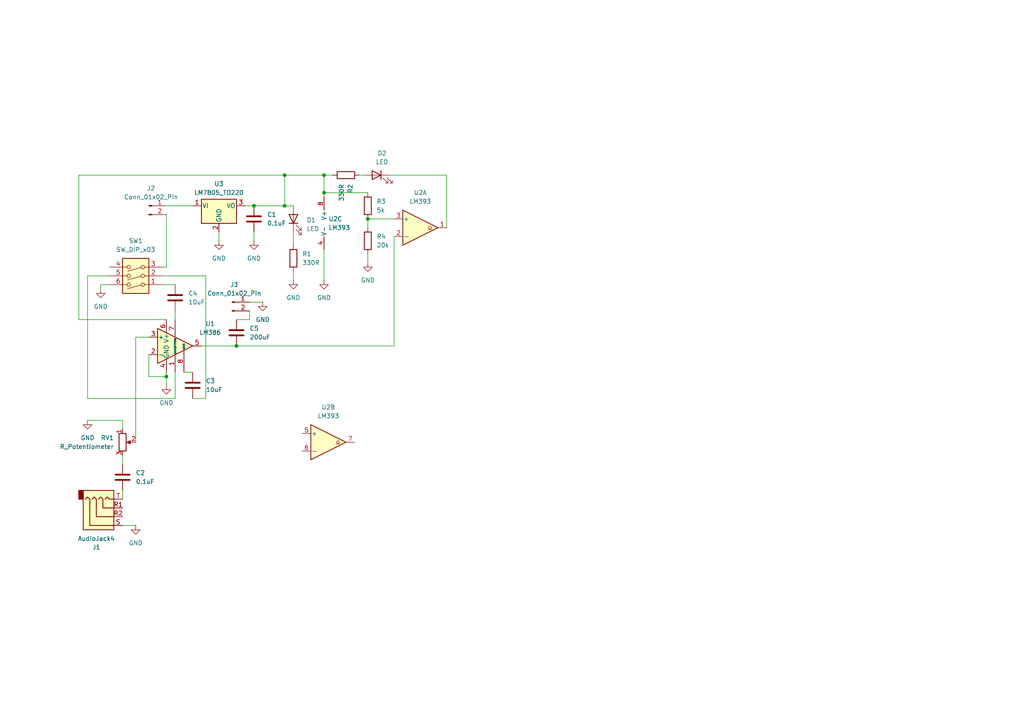
<source format=kicad_sch>
(kicad_sch
	(version 20250114)
	(generator "eeschema")
	(generator_version "9.0")
	(uuid "06600b48-95fd-41d5-89e3-7ff09182945e")
	(paper "A4")
	(lib_symbols
		(symbol "Amplifier_Audio:LM386"
			(pin_names
				(offset 0.127)
			)
			(exclude_from_sim no)
			(in_bom yes)
			(on_board yes)
			(property "Reference" "U"
				(at 1.27 7.62 0)
				(effects
					(font
						(size 1.27 1.27)
					)
					(justify left)
				)
			)
			(property "Value" "LM386"
				(at 1.27 5.08 0)
				(effects
					(font
						(size 1.27 1.27)
					)
					(justify left)
				)
			)
			(property "Footprint" ""
				(at 2.54 2.54 0)
				(effects
					(font
						(size 1.27 1.27)
					)
					(hide yes)
				)
			)
			(property "Datasheet" "http://www.ti.com/lit/ds/symlink/lm386.pdf"
				(at 5.08 5.08 0)
				(effects
					(font
						(size 1.27 1.27)
					)
					(hide yes)
				)
			)
			(property "Description" "Low Voltage Audio Power Amplifier, DIP-8/SOIC-8/SSOP-8"
				(at 0 0 0)
				(effects
					(font
						(size 1.27 1.27)
					)
					(hide yes)
				)
			)
			(property "ki_keywords" "single Power opamp"
				(at 0 0 0)
				(effects
					(font
						(size 1.27 1.27)
					)
					(hide yes)
				)
			)
			(property "ki_fp_filters" "SOIC*3.9x4.9mm*P1.27mm* DIP*W7.62mm* MSSOP*P0.65mm* TSSOP*3x3mm*P0.5mm*"
				(at 0 0 0)
				(effects
					(font
						(size 1.27 1.27)
					)
					(hide yes)
				)
			)
			(symbol "LM386_0_1"
				(polyline
					(pts
						(xy 5.08 0) (xy -5.08 5.08) (xy -5.08 -5.08) (xy 5.08 0)
					)
					(stroke
						(width 0.254)
						(type default)
					)
					(fill
						(type background)
					)
				)
			)
			(symbol "LM386_1_1"
				(pin input line
					(at -7.62 2.54 0)
					(length 2.54)
					(name "+"
						(effects
							(font
								(size 1.27 1.27)
							)
						)
					)
					(number "3"
						(effects
							(font
								(size 1.27 1.27)
							)
						)
					)
				)
				(pin input line
					(at -7.62 -2.54 0)
					(length 2.54)
					(name "-"
						(effects
							(font
								(size 1.27 1.27)
							)
						)
					)
					(number "2"
						(effects
							(font
								(size 1.27 1.27)
							)
						)
					)
				)
				(pin power_in line
					(at -2.54 7.62 270)
					(length 3.81)
					(name "V+"
						(effects
							(font
								(size 1.27 1.27)
							)
						)
					)
					(number "6"
						(effects
							(font
								(size 1.27 1.27)
							)
						)
					)
				)
				(pin power_in line
					(at -2.54 -7.62 90)
					(length 3.81)
					(name "GND"
						(effects
							(font
								(size 1.27 1.27)
							)
						)
					)
					(number "4"
						(effects
							(font
								(size 1.27 1.27)
							)
						)
					)
				)
				(pin input line
					(at 0 7.62 270)
					(length 5.08)
					(name "BYPASS"
						(effects
							(font
								(size 0.508 0.508)
							)
						)
					)
					(number "7"
						(effects
							(font
								(size 1.27 1.27)
							)
						)
					)
				)
				(pin input line
					(at 0 -7.62 90)
					(length 5.08)
					(name "GAIN"
						(effects
							(font
								(size 0.508 0.508)
							)
						)
					)
					(number "1"
						(effects
							(font
								(size 1.27 1.27)
							)
						)
					)
				)
				(pin input line
					(at 2.54 -7.62 90)
					(length 6.35)
					(name "GAIN"
						(effects
							(font
								(size 0.508 0.508)
							)
						)
					)
					(number "8"
						(effects
							(font
								(size 1.27 1.27)
							)
						)
					)
				)
				(pin output line
					(at 7.62 0 180)
					(length 2.54)
					(name "~"
						(effects
							(font
								(size 1.27 1.27)
							)
						)
					)
					(number "5"
						(effects
							(font
								(size 1.27 1.27)
							)
						)
					)
				)
			)
			(embedded_fonts no)
		)
		(symbol "Comparator:LM393"
			(pin_names
				(offset 0.127)
			)
			(exclude_from_sim no)
			(in_bom yes)
			(on_board yes)
			(property "Reference" "U"
				(at 3.81 3.81 0)
				(effects
					(font
						(size 1.27 1.27)
					)
				)
			)
			(property "Value" "LM393"
				(at 6.35 -3.81 0)
				(effects
					(font
						(size 1.27 1.27)
					)
				)
			)
			(property "Footprint" ""
				(at 0 0 0)
				(effects
					(font
						(size 1.27 1.27)
					)
					(hide yes)
				)
			)
			(property "Datasheet" "http://www.ti.com/lit/ds/symlink/lm393.pdf"
				(at 0 0 0)
				(effects
					(font
						(size 1.27 1.27)
					)
					(hide yes)
				)
			)
			(property "Description" "Low-Power, Low-Offset Voltage, Dual Comparators, DIP-8/SOIC-8/TO-99-8"
				(at 0 0 0)
				(effects
					(font
						(size 1.27 1.27)
					)
					(hide yes)
				)
			)
			(property "ki_locked" ""
				(at 0 0 0)
				(effects
					(font
						(size 1.27 1.27)
					)
				)
			)
			(property "ki_keywords" "cmp open collector"
				(at 0 0 0)
				(effects
					(font
						(size 1.27 1.27)
					)
					(hide yes)
				)
			)
			(property "ki_fp_filters" "SOIC*3.9x4.9mm*P1.27mm* DIP*W7.62mm* SOP*5.28x5.23mm*P1.27mm* VSSOP*3x3mm*P0.65mm* TSSOP*4.4x3mm*P0.65mm*"
				(at 0 0 0)
				(effects
					(font
						(size 1.27 1.27)
					)
					(hide yes)
				)
			)
			(symbol "LM393_1_1"
				(polyline
					(pts
						(xy -5.08 5.08) (xy 5.08 0) (xy -5.08 -5.08) (xy -5.08 5.08)
					)
					(stroke
						(width 0.254)
						(type default)
					)
					(fill
						(type background)
					)
				)
				(polyline
					(pts
						(xy 3.302 -0.508) (xy 2.794 -0.508) (xy 3.302 0) (xy 2.794 0.508) (xy 2.286 0) (xy 2.794 -0.508)
						(xy 2.286 -0.508)
					)
					(stroke
						(width 0.127)
						(type default)
					)
					(fill
						(type none)
					)
				)
				(pin input line
					(at -7.62 2.54 0)
					(length 2.54)
					(name "+"
						(effects
							(font
								(size 1.27 1.27)
							)
						)
					)
					(number "3"
						(effects
							(font
								(size 1.27 1.27)
							)
						)
					)
				)
				(pin input line
					(at -7.62 -2.54 0)
					(length 2.54)
					(name "-"
						(effects
							(font
								(size 1.27 1.27)
							)
						)
					)
					(number "2"
						(effects
							(font
								(size 1.27 1.27)
							)
						)
					)
				)
				(pin open_collector line
					(at 7.62 0 180)
					(length 2.54)
					(name "~"
						(effects
							(font
								(size 1.27 1.27)
							)
						)
					)
					(number "1"
						(effects
							(font
								(size 1.27 1.27)
							)
						)
					)
				)
			)
			(symbol "LM393_2_1"
				(polyline
					(pts
						(xy -5.08 5.08) (xy 5.08 0) (xy -5.08 -5.08) (xy -5.08 5.08)
					)
					(stroke
						(width 0.254)
						(type default)
					)
					(fill
						(type background)
					)
				)
				(polyline
					(pts
						(xy 3.302 -0.508) (xy 2.794 -0.508) (xy 3.302 0) (xy 2.794 0.508) (xy 2.286 0) (xy 2.794 -0.508)
						(xy 2.286 -0.508)
					)
					(stroke
						(width 0.127)
						(type default)
					)
					(fill
						(type none)
					)
				)
				(pin input line
					(at -7.62 2.54 0)
					(length 2.54)
					(name "+"
						(effects
							(font
								(size 1.27 1.27)
							)
						)
					)
					(number "5"
						(effects
							(font
								(size 1.27 1.27)
							)
						)
					)
				)
				(pin input line
					(at -7.62 -2.54 0)
					(length 2.54)
					(name "-"
						(effects
							(font
								(size 1.27 1.27)
							)
						)
					)
					(number "6"
						(effects
							(font
								(size 1.27 1.27)
							)
						)
					)
				)
				(pin open_collector line
					(at 7.62 0 180)
					(length 2.54)
					(name "~"
						(effects
							(font
								(size 1.27 1.27)
							)
						)
					)
					(number "7"
						(effects
							(font
								(size 1.27 1.27)
							)
						)
					)
				)
			)
			(symbol "LM393_3_1"
				(pin power_in line
					(at -2.54 7.62 270)
					(length 3.81)
					(name "V+"
						(effects
							(font
								(size 1.27 1.27)
							)
						)
					)
					(number "8"
						(effects
							(font
								(size 1.27 1.27)
							)
						)
					)
				)
				(pin power_in line
					(at -2.54 -7.62 90)
					(length 3.81)
					(name "V-"
						(effects
							(font
								(size 1.27 1.27)
							)
						)
					)
					(number "4"
						(effects
							(font
								(size 1.27 1.27)
							)
						)
					)
				)
			)
			(embedded_fonts no)
		)
		(symbol "Connector:Conn_01x02_Pin"
			(pin_names
				(offset 1.016)
				(hide yes)
			)
			(exclude_from_sim no)
			(in_bom yes)
			(on_board yes)
			(property "Reference" "J"
				(at 0 2.54 0)
				(effects
					(font
						(size 1.27 1.27)
					)
				)
			)
			(property "Value" "Conn_01x02_Pin"
				(at 0 -5.08 0)
				(effects
					(font
						(size 1.27 1.27)
					)
				)
			)
			(property "Footprint" ""
				(at 0 0 0)
				(effects
					(font
						(size 1.27 1.27)
					)
					(hide yes)
				)
			)
			(property "Datasheet" "~"
				(at 0 0 0)
				(effects
					(font
						(size 1.27 1.27)
					)
					(hide yes)
				)
			)
			(property "Description" "Generic connector, single row, 01x02, script generated"
				(at 0 0 0)
				(effects
					(font
						(size 1.27 1.27)
					)
					(hide yes)
				)
			)
			(property "ki_locked" ""
				(at 0 0 0)
				(effects
					(font
						(size 1.27 1.27)
					)
				)
			)
			(property "ki_keywords" "connector"
				(at 0 0 0)
				(effects
					(font
						(size 1.27 1.27)
					)
					(hide yes)
				)
			)
			(property "ki_fp_filters" "Connector*:*_1x??_*"
				(at 0 0 0)
				(effects
					(font
						(size 1.27 1.27)
					)
					(hide yes)
				)
			)
			(symbol "Conn_01x02_Pin_1_1"
				(rectangle
					(start 0.8636 0.127)
					(end 0 -0.127)
					(stroke
						(width 0.1524)
						(type default)
					)
					(fill
						(type outline)
					)
				)
				(rectangle
					(start 0.8636 -2.413)
					(end 0 -2.667)
					(stroke
						(width 0.1524)
						(type default)
					)
					(fill
						(type outline)
					)
				)
				(polyline
					(pts
						(xy 1.27 0) (xy 0.8636 0)
					)
					(stroke
						(width 0.1524)
						(type default)
					)
					(fill
						(type none)
					)
				)
				(polyline
					(pts
						(xy 1.27 -2.54) (xy 0.8636 -2.54)
					)
					(stroke
						(width 0.1524)
						(type default)
					)
					(fill
						(type none)
					)
				)
				(pin passive line
					(at 5.08 0 180)
					(length 3.81)
					(name "Pin_1"
						(effects
							(font
								(size 1.27 1.27)
							)
						)
					)
					(number "1"
						(effects
							(font
								(size 1.27 1.27)
							)
						)
					)
				)
				(pin passive line
					(at 5.08 -2.54 180)
					(length 3.81)
					(name "Pin_2"
						(effects
							(font
								(size 1.27 1.27)
							)
						)
					)
					(number "2"
						(effects
							(font
								(size 1.27 1.27)
							)
						)
					)
				)
			)
			(embedded_fonts no)
		)
		(symbol "Connector_Audio:AudioJack4"
			(exclude_from_sim no)
			(in_bom yes)
			(on_board yes)
			(property "Reference" "J"
				(at 0 8.89 0)
				(effects
					(font
						(size 1.27 1.27)
					)
				)
			)
			(property "Value" "AudioJack4"
				(at 0 6.35 0)
				(effects
					(font
						(size 1.27 1.27)
					)
				)
			)
			(property "Footprint" ""
				(at 0 0 0)
				(effects
					(font
						(size 1.27 1.27)
					)
					(hide yes)
				)
			)
			(property "Datasheet" "~"
				(at 0 0 0)
				(effects
					(font
						(size 1.27 1.27)
					)
					(hide yes)
				)
			)
			(property "Description" "Audio Jack, 4 Poles (TRRS)"
				(at 0 0 0)
				(effects
					(font
						(size 1.27 1.27)
					)
					(hide yes)
				)
			)
			(property "ki_keywords" "audio jack receptacle stereo headphones TRRS connector"
				(at 0 0 0)
				(effects
					(font
						(size 1.27 1.27)
					)
					(hide yes)
				)
			)
			(property "ki_fp_filters" "Jack*"
				(at 0 0 0)
				(effects
					(font
						(size 1.27 1.27)
					)
					(hide yes)
				)
			)
			(symbol "AudioJack4_0_1"
				(rectangle
					(start -6.35 -5.08)
					(end -7.62 -7.62)
					(stroke
						(width 0.254)
						(type default)
					)
					(fill
						(type outline)
					)
				)
				(polyline
					(pts
						(xy -5.715 -5.08) (xy -5.08 -5.715) (xy -4.445 -5.08) (xy -4.445 2.54) (xy 2.54 2.54)
					)
					(stroke
						(width 0.254)
						(type default)
					)
					(fill
						(type none)
					)
				)
				(polyline
					(pts
						(xy -1.905 -5.08) (xy -1.27 -5.715) (xy -0.635 -5.08) (xy -0.635 -2.54) (xy 2.54 -2.54)
					)
					(stroke
						(width 0.254)
						(type default)
					)
					(fill
						(type none)
					)
				)
				(polyline
					(pts
						(xy 0 -5.08) (xy 0.635 -5.715) (xy 1.27 -5.08) (xy 2.54 -5.08)
					)
					(stroke
						(width 0.254)
						(type default)
					)
					(fill
						(type none)
					)
				)
				(rectangle
					(start 2.54 3.81)
					(end -6.35 -7.62)
					(stroke
						(width 0.254)
						(type default)
					)
					(fill
						(type background)
					)
				)
				(polyline
					(pts
						(xy 2.54 0) (xy -2.54 0) (xy -2.54 -5.08) (xy -3.175 -5.715) (xy -3.81 -5.08)
					)
					(stroke
						(width 0.254)
						(type default)
					)
					(fill
						(type none)
					)
				)
			)
			(symbol "AudioJack4_1_1"
				(pin passive line
					(at 5.08 2.54 180)
					(length 2.54)
					(name "~"
						(effects
							(font
								(size 1.27 1.27)
							)
						)
					)
					(number "S"
						(effects
							(font
								(size 1.27 1.27)
							)
						)
					)
				)
				(pin passive line
					(at 5.08 0 180)
					(length 2.54)
					(name "~"
						(effects
							(font
								(size 1.27 1.27)
							)
						)
					)
					(number "R2"
						(effects
							(font
								(size 1.27 1.27)
							)
						)
					)
				)
				(pin passive line
					(at 5.08 -2.54 180)
					(length 2.54)
					(name "~"
						(effects
							(font
								(size 1.27 1.27)
							)
						)
					)
					(number "R1"
						(effects
							(font
								(size 1.27 1.27)
							)
						)
					)
				)
				(pin passive line
					(at 5.08 -5.08 180)
					(length 2.54)
					(name "~"
						(effects
							(font
								(size 1.27 1.27)
							)
						)
					)
					(number "T"
						(effects
							(font
								(size 1.27 1.27)
							)
						)
					)
				)
			)
			(embedded_fonts no)
		)
		(symbol "Device:C"
			(pin_numbers
				(hide yes)
			)
			(pin_names
				(offset 0.254)
			)
			(exclude_from_sim no)
			(in_bom yes)
			(on_board yes)
			(property "Reference" "C"
				(at 0.635 2.54 0)
				(effects
					(font
						(size 1.27 1.27)
					)
					(justify left)
				)
			)
			(property "Value" "C"
				(at 0.635 -2.54 0)
				(effects
					(font
						(size 1.27 1.27)
					)
					(justify left)
				)
			)
			(property "Footprint" ""
				(at 0.9652 -3.81 0)
				(effects
					(font
						(size 1.27 1.27)
					)
					(hide yes)
				)
			)
			(property "Datasheet" "~"
				(at 0 0 0)
				(effects
					(font
						(size 1.27 1.27)
					)
					(hide yes)
				)
			)
			(property "Description" "Unpolarized capacitor"
				(at 0 0 0)
				(effects
					(font
						(size 1.27 1.27)
					)
					(hide yes)
				)
			)
			(property "ki_keywords" "cap capacitor"
				(at 0 0 0)
				(effects
					(font
						(size 1.27 1.27)
					)
					(hide yes)
				)
			)
			(property "ki_fp_filters" "C_*"
				(at 0 0 0)
				(effects
					(font
						(size 1.27 1.27)
					)
					(hide yes)
				)
			)
			(symbol "C_0_1"
				(polyline
					(pts
						(xy -2.032 0.762) (xy 2.032 0.762)
					)
					(stroke
						(width 0.508)
						(type default)
					)
					(fill
						(type none)
					)
				)
				(polyline
					(pts
						(xy -2.032 -0.762) (xy 2.032 -0.762)
					)
					(stroke
						(width 0.508)
						(type default)
					)
					(fill
						(type none)
					)
				)
			)
			(symbol "C_1_1"
				(pin passive line
					(at 0 3.81 270)
					(length 2.794)
					(name "~"
						(effects
							(font
								(size 1.27 1.27)
							)
						)
					)
					(number "1"
						(effects
							(font
								(size 1.27 1.27)
							)
						)
					)
				)
				(pin passive line
					(at 0 -3.81 90)
					(length 2.794)
					(name "~"
						(effects
							(font
								(size 1.27 1.27)
							)
						)
					)
					(number "2"
						(effects
							(font
								(size 1.27 1.27)
							)
						)
					)
				)
			)
			(embedded_fonts no)
		)
		(symbol "Device:LED"
			(pin_numbers
				(hide yes)
			)
			(pin_names
				(offset 1.016)
				(hide yes)
			)
			(exclude_from_sim no)
			(in_bom yes)
			(on_board yes)
			(property "Reference" "D"
				(at 0 2.54 0)
				(effects
					(font
						(size 1.27 1.27)
					)
				)
			)
			(property "Value" "LED"
				(at 0 -2.54 0)
				(effects
					(font
						(size 1.27 1.27)
					)
				)
			)
			(property "Footprint" ""
				(at 0 0 0)
				(effects
					(font
						(size 1.27 1.27)
					)
					(hide yes)
				)
			)
			(property "Datasheet" "~"
				(at 0 0 0)
				(effects
					(font
						(size 1.27 1.27)
					)
					(hide yes)
				)
			)
			(property "Description" "Light emitting diode"
				(at 0 0 0)
				(effects
					(font
						(size 1.27 1.27)
					)
					(hide yes)
				)
			)
			(property "Sim.Pins" "1=K 2=A"
				(at 0 0 0)
				(effects
					(font
						(size 1.27 1.27)
					)
					(hide yes)
				)
			)
			(property "ki_keywords" "LED diode"
				(at 0 0 0)
				(effects
					(font
						(size 1.27 1.27)
					)
					(hide yes)
				)
			)
			(property "ki_fp_filters" "LED* LED_SMD:* LED_THT:*"
				(at 0 0 0)
				(effects
					(font
						(size 1.27 1.27)
					)
					(hide yes)
				)
			)
			(symbol "LED_0_1"
				(polyline
					(pts
						(xy -3.048 -0.762) (xy -4.572 -2.286) (xy -3.81 -2.286) (xy -4.572 -2.286) (xy -4.572 -1.524)
					)
					(stroke
						(width 0)
						(type default)
					)
					(fill
						(type none)
					)
				)
				(polyline
					(pts
						(xy -1.778 -0.762) (xy -3.302 -2.286) (xy -2.54 -2.286) (xy -3.302 -2.286) (xy -3.302 -1.524)
					)
					(stroke
						(width 0)
						(type default)
					)
					(fill
						(type none)
					)
				)
				(polyline
					(pts
						(xy -1.27 0) (xy 1.27 0)
					)
					(stroke
						(width 0)
						(type default)
					)
					(fill
						(type none)
					)
				)
				(polyline
					(pts
						(xy -1.27 -1.27) (xy -1.27 1.27)
					)
					(stroke
						(width 0.254)
						(type default)
					)
					(fill
						(type none)
					)
				)
				(polyline
					(pts
						(xy 1.27 -1.27) (xy 1.27 1.27) (xy -1.27 0) (xy 1.27 -1.27)
					)
					(stroke
						(width 0.254)
						(type default)
					)
					(fill
						(type none)
					)
				)
			)
			(symbol "LED_1_1"
				(pin passive line
					(at -3.81 0 0)
					(length 2.54)
					(name "K"
						(effects
							(font
								(size 1.27 1.27)
							)
						)
					)
					(number "1"
						(effects
							(font
								(size 1.27 1.27)
							)
						)
					)
				)
				(pin passive line
					(at 3.81 0 180)
					(length 2.54)
					(name "A"
						(effects
							(font
								(size 1.27 1.27)
							)
						)
					)
					(number "2"
						(effects
							(font
								(size 1.27 1.27)
							)
						)
					)
				)
			)
			(embedded_fonts no)
		)
		(symbol "Device:R"
			(pin_numbers
				(hide yes)
			)
			(pin_names
				(offset 0)
			)
			(exclude_from_sim no)
			(in_bom yes)
			(on_board yes)
			(property "Reference" "R"
				(at 2.032 0 90)
				(effects
					(font
						(size 1.27 1.27)
					)
				)
			)
			(property "Value" "R"
				(at 0 0 90)
				(effects
					(font
						(size 1.27 1.27)
					)
				)
			)
			(property "Footprint" ""
				(at -1.778 0 90)
				(effects
					(font
						(size 1.27 1.27)
					)
					(hide yes)
				)
			)
			(property "Datasheet" "~"
				(at 0 0 0)
				(effects
					(font
						(size 1.27 1.27)
					)
					(hide yes)
				)
			)
			(property "Description" "Resistor"
				(at 0 0 0)
				(effects
					(font
						(size 1.27 1.27)
					)
					(hide yes)
				)
			)
			(property "ki_keywords" "R res resistor"
				(at 0 0 0)
				(effects
					(font
						(size 1.27 1.27)
					)
					(hide yes)
				)
			)
			(property "ki_fp_filters" "R_*"
				(at 0 0 0)
				(effects
					(font
						(size 1.27 1.27)
					)
					(hide yes)
				)
			)
			(symbol "R_0_1"
				(rectangle
					(start -1.016 -2.54)
					(end 1.016 2.54)
					(stroke
						(width 0.254)
						(type default)
					)
					(fill
						(type none)
					)
				)
			)
			(symbol "R_1_1"
				(pin passive line
					(at 0 3.81 270)
					(length 1.27)
					(name "~"
						(effects
							(font
								(size 1.27 1.27)
							)
						)
					)
					(number "1"
						(effects
							(font
								(size 1.27 1.27)
							)
						)
					)
				)
				(pin passive line
					(at 0 -3.81 90)
					(length 1.27)
					(name "~"
						(effects
							(font
								(size 1.27 1.27)
							)
						)
					)
					(number "2"
						(effects
							(font
								(size 1.27 1.27)
							)
						)
					)
				)
			)
			(embedded_fonts no)
		)
		(symbol "Device:R_Potentiometer"
			(pin_names
				(offset 1.016)
				(hide yes)
			)
			(exclude_from_sim no)
			(in_bom yes)
			(on_board yes)
			(property "Reference" "RV"
				(at -4.445 0 90)
				(effects
					(font
						(size 1.27 1.27)
					)
				)
			)
			(property "Value" "R_Potentiometer"
				(at -2.54 0 90)
				(effects
					(font
						(size 1.27 1.27)
					)
				)
			)
			(property "Footprint" ""
				(at 0 0 0)
				(effects
					(font
						(size 1.27 1.27)
					)
					(hide yes)
				)
			)
			(property "Datasheet" "~"
				(at 0 0 0)
				(effects
					(font
						(size 1.27 1.27)
					)
					(hide yes)
				)
			)
			(property "Description" "Potentiometer"
				(at 0 0 0)
				(effects
					(font
						(size 1.27 1.27)
					)
					(hide yes)
				)
			)
			(property "ki_keywords" "resistor variable"
				(at 0 0 0)
				(effects
					(font
						(size 1.27 1.27)
					)
					(hide yes)
				)
			)
			(property "ki_fp_filters" "Potentiometer*"
				(at 0 0 0)
				(effects
					(font
						(size 1.27 1.27)
					)
					(hide yes)
				)
			)
			(symbol "R_Potentiometer_0_1"
				(rectangle
					(start 1.016 2.54)
					(end -1.016 -2.54)
					(stroke
						(width 0.254)
						(type default)
					)
					(fill
						(type none)
					)
				)
				(polyline
					(pts
						(xy 1.143 0) (xy 2.286 0.508) (xy 2.286 -0.508) (xy 1.143 0)
					)
					(stroke
						(width 0)
						(type default)
					)
					(fill
						(type outline)
					)
				)
				(polyline
					(pts
						(xy 2.54 0) (xy 1.524 0)
					)
					(stroke
						(width 0)
						(type default)
					)
					(fill
						(type none)
					)
				)
			)
			(symbol "R_Potentiometer_1_1"
				(pin passive line
					(at 0 3.81 270)
					(length 1.27)
					(name "1"
						(effects
							(font
								(size 1.27 1.27)
							)
						)
					)
					(number "1"
						(effects
							(font
								(size 1.27 1.27)
							)
						)
					)
				)
				(pin passive line
					(at 0 -3.81 90)
					(length 1.27)
					(name "3"
						(effects
							(font
								(size 1.27 1.27)
							)
						)
					)
					(number "3"
						(effects
							(font
								(size 1.27 1.27)
							)
						)
					)
				)
				(pin passive line
					(at 3.81 0 180)
					(length 1.27)
					(name "2"
						(effects
							(font
								(size 1.27 1.27)
							)
						)
					)
					(number "2"
						(effects
							(font
								(size 1.27 1.27)
							)
						)
					)
				)
			)
			(embedded_fonts no)
		)
		(symbol "Regulator_Linear:LM7805_TO220"
			(pin_names
				(offset 0.254)
			)
			(exclude_from_sim no)
			(in_bom yes)
			(on_board yes)
			(property "Reference" "U"
				(at -3.81 3.175 0)
				(effects
					(font
						(size 1.27 1.27)
					)
				)
			)
			(property "Value" "LM7805_TO220"
				(at 0 3.175 0)
				(effects
					(font
						(size 1.27 1.27)
					)
					(justify left)
				)
			)
			(property "Footprint" "Package_TO_SOT_THT:TO-220-3_Vertical"
				(at 0 5.715 0)
				(effects
					(font
						(size 1.27 1.27)
						(italic yes)
					)
					(hide yes)
				)
			)
			(property "Datasheet" "https://www.onsemi.cn/PowerSolutions/document/MC7800-D.PDF"
				(at 0 -1.27 0)
				(effects
					(font
						(size 1.27 1.27)
					)
					(hide yes)
				)
			)
			(property "Description" "Positive 1A 35V Linear Regulator, Fixed Output 5V, TO-220"
				(at 0 0 0)
				(effects
					(font
						(size 1.27 1.27)
					)
					(hide yes)
				)
			)
			(property "ki_keywords" "Voltage Regulator 1A Positive"
				(at 0 0 0)
				(effects
					(font
						(size 1.27 1.27)
					)
					(hide yes)
				)
			)
			(property "ki_fp_filters" "TO?220*"
				(at 0 0 0)
				(effects
					(font
						(size 1.27 1.27)
					)
					(hide yes)
				)
			)
			(symbol "LM7805_TO220_0_1"
				(rectangle
					(start -5.08 1.905)
					(end 5.08 -5.08)
					(stroke
						(width 0.254)
						(type default)
					)
					(fill
						(type background)
					)
				)
			)
			(symbol "LM7805_TO220_1_1"
				(pin power_in line
					(at -7.62 0 0)
					(length 2.54)
					(name "VI"
						(effects
							(font
								(size 1.27 1.27)
							)
						)
					)
					(number "1"
						(effects
							(font
								(size 1.27 1.27)
							)
						)
					)
				)
				(pin power_in line
					(at 0 -7.62 90)
					(length 2.54)
					(name "GND"
						(effects
							(font
								(size 1.27 1.27)
							)
						)
					)
					(number "2"
						(effects
							(font
								(size 1.27 1.27)
							)
						)
					)
				)
				(pin power_out line
					(at 7.62 0 180)
					(length 2.54)
					(name "VO"
						(effects
							(font
								(size 1.27 1.27)
							)
						)
					)
					(number "3"
						(effects
							(font
								(size 1.27 1.27)
							)
						)
					)
				)
			)
			(embedded_fonts no)
		)
		(symbol "Switch:SW_DIP_x03"
			(pin_names
				(offset 0)
				(hide yes)
			)
			(exclude_from_sim no)
			(in_bom yes)
			(on_board yes)
			(property "Reference" "SW"
				(at 0 6.35 0)
				(effects
					(font
						(size 1.27 1.27)
					)
				)
			)
			(property "Value" "SW_DIP_x03"
				(at 0 -6.35 0)
				(effects
					(font
						(size 1.27 1.27)
					)
				)
			)
			(property "Footprint" ""
				(at 0 -2.54 0)
				(effects
					(font
						(size 1.27 1.27)
					)
					(hide yes)
				)
			)
			(property "Datasheet" "~"
				(at 0 -2.54 0)
				(effects
					(font
						(size 1.27 1.27)
					)
					(hide yes)
				)
			)
			(property "Description" "3x DIP Switch, Single Pole Single Throw (SPST) switch, small symbol"
				(at 0 0 0)
				(effects
					(font
						(size 1.27 1.27)
					)
					(hide yes)
				)
			)
			(property "ki_keywords" "dip switch"
				(at 0 0 0)
				(effects
					(font
						(size 1.27 1.27)
					)
					(hide yes)
				)
			)
			(property "ki_fp_filters" "SW?DIP?x3*"
				(at 0 0 0)
				(effects
					(font
						(size 1.27 1.27)
					)
					(hide yes)
				)
			)
			(symbol "SW_DIP_x03_0_0"
				(circle
					(center -2.032 2.54)
					(radius 0.508)
					(stroke
						(width 0)
						(type default)
					)
					(fill
						(type none)
					)
				)
				(circle
					(center -2.032 0)
					(radius 0.508)
					(stroke
						(width 0)
						(type default)
					)
					(fill
						(type none)
					)
				)
				(circle
					(center -2.032 -2.54)
					(radius 0.508)
					(stroke
						(width 0)
						(type default)
					)
					(fill
						(type none)
					)
				)
				(polyline
					(pts
						(xy -1.524 2.667) (xy 2.3622 3.7084)
					)
					(stroke
						(width 0)
						(type default)
					)
					(fill
						(type none)
					)
				)
				(polyline
					(pts
						(xy -1.524 0.127) (xy 2.3622 1.1684)
					)
					(stroke
						(width 0)
						(type default)
					)
					(fill
						(type none)
					)
				)
				(polyline
					(pts
						(xy -1.524 -2.413) (xy 2.3622 -1.3716)
					)
					(stroke
						(width 0)
						(type default)
					)
					(fill
						(type none)
					)
				)
				(circle
					(center 2.032 2.54)
					(radius 0.508)
					(stroke
						(width 0)
						(type default)
					)
					(fill
						(type none)
					)
				)
				(circle
					(center 2.032 0)
					(radius 0.508)
					(stroke
						(width 0)
						(type default)
					)
					(fill
						(type none)
					)
				)
				(circle
					(center 2.032 -2.54)
					(radius 0.508)
					(stroke
						(width 0)
						(type default)
					)
					(fill
						(type none)
					)
				)
			)
			(symbol "SW_DIP_x03_0_1"
				(rectangle
					(start -3.81 5.08)
					(end 3.81 -5.08)
					(stroke
						(width 0.254)
						(type default)
					)
					(fill
						(type background)
					)
				)
			)
			(symbol "SW_DIP_x03_1_1"
				(pin passive line
					(at -7.62 2.54 0)
					(length 5.08)
					(name "~"
						(effects
							(font
								(size 1.27 1.27)
							)
						)
					)
					(number "1"
						(effects
							(font
								(size 1.27 1.27)
							)
						)
					)
				)
				(pin passive line
					(at -7.62 0 0)
					(length 5.08)
					(name "~"
						(effects
							(font
								(size 1.27 1.27)
							)
						)
					)
					(number "2"
						(effects
							(font
								(size 1.27 1.27)
							)
						)
					)
				)
				(pin passive line
					(at -7.62 -2.54 0)
					(length 5.08)
					(name "~"
						(effects
							(font
								(size 1.27 1.27)
							)
						)
					)
					(number "3"
						(effects
							(font
								(size 1.27 1.27)
							)
						)
					)
				)
				(pin passive line
					(at 7.62 2.54 180)
					(length 5.08)
					(name "~"
						(effects
							(font
								(size 1.27 1.27)
							)
						)
					)
					(number "6"
						(effects
							(font
								(size 1.27 1.27)
							)
						)
					)
				)
				(pin passive line
					(at 7.62 0 180)
					(length 5.08)
					(name "~"
						(effects
							(font
								(size 1.27 1.27)
							)
						)
					)
					(number "5"
						(effects
							(font
								(size 1.27 1.27)
							)
						)
					)
				)
				(pin passive line
					(at 7.62 -2.54 180)
					(length 5.08)
					(name "~"
						(effects
							(font
								(size 1.27 1.27)
							)
						)
					)
					(number "4"
						(effects
							(font
								(size 1.27 1.27)
							)
						)
					)
				)
			)
			(embedded_fonts no)
		)
		(symbol "power:GND"
			(power)
			(pin_numbers
				(hide yes)
			)
			(pin_names
				(offset 0)
				(hide yes)
			)
			(exclude_from_sim no)
			(in_bom yes)
			(on_board yes)
			(property "Reference" "#PWR"
				(at 0 -6.35 0)
				(effects
					(font
						(size 1.27 1.27)
					)
					(hide yes)
				)
			)
			(property "Value" "GND"
				(at 0 -3.81 0)
				(effects
					(font
						(size 1.27 1.27)
					)
				)
			)
			(property "Footprint" ""
				(at 0 0 0)
				(effects
					(font
						(size 1.27 1.27)
					)
					(hide yes)
				)
			)
			(property "Datasheet" ""
				(at 0 0 0)
				(effects
					(font
						(size 1.27 1.27)
					)
					(hide yes)
				)
			)
			(property "Description" "Power symbol creates a global label with name \"GND\" , ground"
				(at 0 0 0)
				(effects
					(font
						(size 1.27 1.27)
					)
					(hide yes)
				)
			)
			(property "ki_keywords" "global power"
				(at 0 0 0)
				(effects
					(font
						(size 1.27 1.27)
					)
					(hide yes)
				)
			)
			(symbol "GND_0_1"
				(polyline
					(pts
						(xy 0 0) (xy 0 -1.27) (xy 1.27 -1.27) (xy 0 -2.54) (xy -1.27 -1.27) (xy 0 -1.27)
					)
					(stroke
						(width 0)
						(type default)
					)
					(fill
						(type none)
					)
				)
			)
			(symbol "GND_1_1"
				(pin power_in line
					(at 0 0 270)
					(length 0)
					(name "~"
						(effects
							(font
								(size 1.27 1.27)
							)
						)
					)
					(number "1"
						(effects
							(font
								(size 1.27 1.27)
							)
						)
					)
				)
			)
			(embedded_fonts no)
		)
	)
	(junction
		(at 48.26 109.22)
		(diameter 0)
		(color 0 0 0 0)
		(uuid "10a98a12-3a1c-4eee-9e67-e6fcb82bc49e")
	)
	(junction
		(at 93.98 55.88)
		(diameter 0)
		(color 0 0 0 0)
		(uuid "53d52012-5df4-4c98-a213-7eb399ffec7b")
	)
	(junction
		(at 73.66 59.69)
		(diameter 0)
		(color 0 0 0 0)
		(uuid "5af3f190-e13d-415a-9d33-f997da87e4bd")
	)
	(junction
		(at 106.68 63.5)
		(diameter 0)
		(color 0 0 0 0)
		(uuid "7c7814be-571d-454a-83f6-90191048b5be")
	)
	(junction
		(at 68.58 100.33)
		(diameter 0)
		(color 0 0 0 0)
		(uuid "a31bd7b6-94ed-417b-8556-c1b5bae648bd")
	)
	(junction
		(at 82.55 50.8)
		(diameter 0)
		(color 0 0 0 0)
		(uuid "c02ebb32-3ac5-41d3-a089-ea33d47f5213")
	)
	(junction
		(at 93.98 50.8)
		(diameter 0)
		(color 0 0 0 0)
		(uuid "d40e3760-eb5c-4a48-9567-68df749aa28f")
	)
	(junction
		(at 82.55 59.69)
		(diameter 0)
		(color 0 0 0 0)
		(uuid "f960c8a2-2ad7-4a11-814e-22d4571b0e0c")
	)
	(wire
		(pts
			(xy 93.98 55.88) (xy 93.98 57.15)
		)
		(stroke
			(width 0)
			(type default)
		)
		(uuid "027867d1-8f8e-4cdd-bf82-a2d66b687ada")
	)
	(wire
		(pts
			(xy 68.58 100.33) (xy 114.3 100.33)
		)
		(stroke
			(width 0)
			(type default)
		)
		(uuid "02c4f588-31cb-460b-84ef-bcd45b1ef0ce")
	)
	(wire
		(pts
			(xy 106.68 73.66) (xy 106.68 76.2)
		)
		(stroke
			(width 0)
			(type default)
		)
		(uuid "0473408f-b471-49d7-82ae-76cd8b8b6385")
	)
	(wire
		(pts
			(xy 31.75 80.01) (xy 25.4 80.01)
		)
		(stroke
			(width 0)
			(type default)
		)
		(uuid "06dd8fa9-e90f-4b17-ad5f-24c35b2ed385")
	)
	(wire
		(pts
			(xy 93.98 50.8) (xy 93.98 55.88)
		)
		(stroke
			(width 0)
			(type default)
		)
		(uuid "07481154-7346-4621-8e5b-c3347f82d33c")
	)
	(wire
		(pts
			(xy 104.14 50.8) (xy 105.41 50.8)
		)
		(stroke
			(width 0)
			(type default)
		)
		(uuid "0c929f60-2516-42a3-b8db-f089dbee4d45")
	)
	(wire
		(pts
			(xy 46.99 82.55) (xy 50.8 82.55)
		)
		(stroke
			(width 0)
			(type default)
		)
		(uuid "0e518374-4ee7-4975-8343-e31c1fda9421")
	)
	(wire
		(pts
			(xy 25.4 115.57) (xy 50.8 115.57)
		)
		(stroke
			(width 0)
			(type default)
		)
		(uuid "113efdd3-882d-4597-a310-108ccbaca865")
	)
	(wire
		(pts
			(xy 82.55 59.69) (xy 85.09 59.69)
		)
		(stroke
			(width 0)
			(type default)
		)
		(uuid "145db2d6-7475-471e-9fd0-14500d7b6334")
	)
	(wire
		(pts
			(xy 73.66 67.31) (xy 73.66 69.85)
		)
		(stroke
			(width 0)
			(type default)
		)
		(uuid "180276f7-609e-49da-8186-71867d61a80a")
	)
	(wire
		(pts
			(xy 85.09 78.74) (xy 85.09 81.28)
		)
		(stroke
			(width 0)
			(type default)
		)
		(uuid "1a1012ed-e774-4e7f-bea1-e34ca109b7fc")
	)
	(wire
		(pts
			(xy 53.34 107.95) (xy 55.88 107.95)
		)
		(stroke
			(width 0)
			(type default)
		)
		(uuid "1d64dc59-126f-42f8-af00-aa2dc9707798")
	)
	(wire
		(pts
			(xy 50.8 107.95) (xy 50.8 115.57)
		)
		(stroke
			(width 0)
			(type default)
		)
		(uuid "229b07ab-b70d-4fe7-ba01-43595c055d68")
	)
	(wire
		(pts
			(xy 35.56 152.4) (xy 39.37 152.4)
		)
		(stroke
			(width 0)
			(type default)
		)
		(uuid "23283540-e37a-4174-8a6c-96b5c670fc68")
	)
	(wire
		(pts
			(xy 114.3 68.58) (xy 114.3 100.33)
		)
		(stroke
			(width 0)
			(type default)
		)
		(uuid "287b9f39-4136-4459-8336-e7c0ce283357")
	)
	(wire
		(pts
			(xy 35.56 132.08) (xy 35.56 134.62)
		)
		(stroke
			(width 0)
			(type default)
		)
		(uuid "2a2c03b4-3422-48ea-9280-5d59bc43cd1d")
	)
	(wire
		(pts
			(xy 43.18 97.79) (xy 39.37 97.79)
		)
		(stroke
			(width 0)
			(type default)
		)
		(uuid "2c217742-989c-43ff-b441-77a4ff51bc23")
	)
	(wire
		(pts
			(xy 22.86 92.71) (xy 22.86 50.8)
		)
		(stroke
			(width 0)
			(type default)
		)
		(uuid "2e223be2-4923-4313-8f6e-2982f3d7cc74")
	)
	(wire
		(pts
			(xy 93.98 72.39) (xy 93.98 81.28)
		)
		(stroke
			(width 0)
			(type default)
		)
		(uuid "2e4659d1-f493-45e0-9603-8b3bba860ccf")
	)
	(wire
		(pts
			(xy 22.86 50.8) (xy 82.55 50.8)
		)
		(stroke
			(width 0)
			(type default)
		)
		(uuid "4e0bbba2-94b9-46d3-8aec-71444b79cf10")
	)
	(wire
		(pts
			(xy 39.37 97.79) (xy 39.37 128.27)
		)
		(stroke
			(width 0)
			(type default)
		)
		(uuid "53091f69-4187-4edc-86bb-197721790ce0")
	)
	(wire
		(pts
			(xy 43.18 102.87) (xy 43.18 109.22)
		)
		(stroke
			(width 0)
			(type default)
		)
		(uuid "533894b0-3a34-44b9-bae1-5d1dd4c3c0ec")
	)
	(wire
		(pts
			(xy 106.68 63.5) (xy 106.68 66.04)
		)
		(stroke
			(width 0)
			(type default)
		)
		(uuid "54521049-49c5-4345-b3a6-299320ee84a4")
	)
	(wire
		(pts
			(xy 72.39 92.71) (xy 68.58 92.71)
		)
		(stroke
			(width 0)
			(type default)
		)
		(uuid "54d2100c-7edd-451e-859d-9907135cde80")
	)
	(wire
		(pts
			(xy 48.26 59.69) (xy 55.88 59.69)
		)
		(stroke
			(width 0)
			(type default)
		)
		(uuid "5a926bc2-28a0-4f6f-96d3-56955137ee81")
	)
	(wire
		(pts
			(xy 31.75 82.55) (xy 29.21 82.55)
		)
		(stroke
			(width 0)
			(type default)
		)
		(uuid "675a05dd-3573-40a8-b170-42568b059ef7")
	)
	(wire
		(pts
			(xy 55.88 115.57) (xy 59.69 115.57)
		)
		(stroke
			(width 0)
			(type default)
		)
		(uuid "6cb5e5a9-b0df-4ca6-b9d7-14059460c4d7")
	)
	(wire
		(pts
			(xy 29.21 82.55) (xy 29.21 83.82)
		)
		(stroke
			(width 0)
			(type default)
		)
		(uuid "6ed5605e-914c-4a3f-8b42-5f2b011060d4")
	)
	(wire
		(pts
			(xy 93.98 50.8) (xy 96.52 50.8)
		)
		(stroke
			(width 0)
			(type default)
		)
		(uuid "71c1f98c-5265-4846-84ae-13b001609426")
	)
	(wire
		(pts
			(xy 73.66 59.69) (xy 82.55 59.69)
		)
		(stroke
			(width 0)
			(type default)
		)
		(uuid "92634a67-2582-4ab2-af1c-d1163c1eeb76")
	)
	(wire
		(pts
			(xy 48.26 92.71) (xy 22.86 92.71)
		)
		(stroke
			(width 0)
			(type default)
		)
		(uuid "949a075f-124e-4e74-914c-d5ec0a7d4693")
	)
	(wire
		(pts
			(xy 129.54 50.8) (xy 113.03 50.8)
		)
		(stroke
			(width 0)
			(type default)
		)
		(uuid "9c23a672-970f-4fbf-8b2b-17c012e37441")
	)
	(wire
		(pts
			(xy 72.39 87.63) (xy 76.2 87.63)
		)
		(stroke
			(width 0)
			(type default)
		)
		(uuid "a4b749bd-9b67-4399-94d4-86d05141eb20")
	)
	(wire
		(pts
			(xy 46.99 77.47) (xy 48.26 77.47)
		)
		(stroke
			(width 0)
			(type default)
		)
		(uuid "a4cb319c-f251-4187-b62f-1c3f44be87dc")
	)
	(wire
		(pts
			(xy 48.26 109.22) (xy 48.26 111.76)
		)
		(stroke
			(width 0)
			(type default)
		)
		(uuid "ad5850ed-9c2d-4310-bbd4-7e5e6a0033a5")
	)
	(wire
		(pts
			(xy 85.09 67.31) (xy 85.09 71.12)
		)
		(stroke
			(width 0)
			(type default)
		)
		(uuid "b17798f3-8f70-473f-a527-ea78e3b30981")
	)
	(wire
		(pts
			(xy 25.4 80.01) (xy 25.4 115.57)
		)
		(stroke
			(width 0)
			(type default)
		)
		(uuid "b30681f4-a37a-4c4f-a361-17d33847203f")
	)
	(wire
		(pts
			(xy 71.12 59.69) (xy 73.66 59.69)
		)
		(stroke
			(width 0)
			(type default)
		)
		(uuid "b694763b-0aa7-4c10-bd85-05f76675933a")
	)
	(wire
		(pts
			(xy 82.55 50.8) (xy 82.55 59.69)
		)
		(stroke
			(width 0)
			(type default)
		)
		(uuid "b91fd222-f65c-4f74-8152-c1e784859088")
	)
	(wire
		(pts
			(xy 82.55 50.8) (xy 93.98 50.8)
		)
		(stroke
			(width 0)
			(type default)
		)
		(uuid "b9c63362-65d7-4f94-9cce-66c32357fc42")
	)
	(wire
		(pts
			(xy 35.56 121.92) (xy 35.56 124.46)
		)
		(stroke
			(width 0)
			(type default)
		)
		(uuid "ca0bb95f-3b70-4f0b-87c8-da9211e49ff2")
	)
	(wire
		(pts
			(xy 35.56 142.24) (xy 35.56 144.78)
		)
		(stroke
			(width 0)
			(type default)
		)
		(uuid "cbad439f-08b9-463b-a81c-e949b75f9327")
	)
	(wire
		(pts
			(xy 63.5 67.31) (xy 63.5 69.85)
		)
		(stroke
			(width 0)
			(type default)
		)
		(uuid "cd4b5ffb-b204-44e0-852c-6adf380ee241")
	)
	(wire
		(pts
			(xy 25.4 121.92) (xy 35.56 121.92)
		)
		(stroke
			(width 0)
			(type default)
		)
		(uuid "cd4b9ab5-b5a7-460d-9e4b-569f52d82dff")
	)
	(wire
		(pts
			(xy 43.18 109.22) (xy 48.26 109.22)
		)
		(stroke
			(width 0)
			(type default)
		)
		(uuid "ce5f11f6-90b4-4e6e-85a9-265fa4068ff4")
	)
	(wire
		(pts
			(xy 129.54 66.04) (xy 129.54 50.8)
		)
		(stroke
			(width 0)
			(type default)
		)
		(uuid "d23cc48f-3b36-4611-8e9d-f182ad03a68a")
	)
	(wire
		(pts
			(xy 50.8 90.17) (xy 50.8 92.71)
		)
		(stroke
			(width 0)
			(type default)
		)
		(uuid "d3403f72-c5b5-49a0-b9a8-a34b3d13d6e0")
	)
	(wire
		(pts
			(xy 72.39 90.17) (xy 72.39 92.71)
		)
		(stroke
			(width 0)
			(type default)
		)
		(uuid "d710be8c-0091-4ed3-af16-02c217abaed2")
	)
	(wire
		(pts
			(xy 48.26 107.95) (xy 48.26 109.22)
		)
		(stroke
			(width 0)
			(type default)
		)
		(uuid "da07f885-cfee-406b-ac2b-0df8bd4bd46d")
	)
	(wire
		(pts
			(xy 59.69 115.57) (xy 59.69 80.01)
		)
		(stroke
			(width 0)
			(type default)
		)
		(uuid "dbbce64f-9753-41da-a43d-035728da2e62")
	)
	(wire
		(pts
			(xy 106.68 55.88) (xy 93.98 55.88)
		)
		(stroke
			(width 0)
			(type default)
		)
		(uuid "f0567097-edc5-4406-a196-687ab9ce1f49")
	)
	(wire
		(pts
			(xy 58.42 100.33) (xy 68.58 100.33)
		)
		(stroke
			(width 0)
			(type default)
		)
		(uuid "fb3d170a-66d4-429e-8160-135f2ee0d6ae")
	)
	(wire
		(pts
			(xy 59.69 80.01) (xy 46.99 80.01)
		)
		(stroke
			(width 0)
			(type default)
		)
		(uuid "fbb58937-7722-4bc8-9b78-07ed67e2ca30")
	)
	(wire
		(pts
			(xy 106.68 63.5) (xy 114.3 63.5)
		)
		(stroke
			(width 0)
			(type default)
		)
		(uuid "fc974e33-9ee2-42c2-9bca-43f2fb95150c")
	)
	(wire
		(pts
			(xy 48.26 62.23) (xy 48.26 77.47)
		)
		(stroke
			(width 0)
			(type default)
		)
		(uuid "ff069ced-6359-4752-a154-1e459494e4ed")
	)
	(symbol
		(lib_id "Device:C")
		(at 73.66 63.5 0)
		(unit 1)
		(exclude_from_sim no)
		(in_bom yes)
		(on_board yes)
		(dnp no)
		(fields_autoplaced yes)
		(uuid "0fbfbc54-2d5b-4377-a842-3087e4be9608")
		(property "Reference" "C1"
			(at 77.47 62.2299 0)
			(effects
				(font
					(size 1.27 1.27)
				)
				(justify left)
			)
		)
		(property "Value" "0.1uF"
			(at 77.47 64.7699 0)
			(effects
				(font
					(size 1.27 1.27)
				)
				(justify left)
			)
		)
		(property "Footprint" "Capacitor_THT:C_Disc_D5.0mm_W2.5mm_P5.00mm"
			(at 74.6252 67.31 0)
			(effects
				(font
					(size 1.27 1.27)
				)
				(hide yes)
			)
		)
		(property "Datasheet" "~"
			(at 73.66 63.5 0)
			(effects
				(font
					(size 1.27 1.27)
				)
				(hide yes)
			)
		)
		(property "Description" "Unpolarized capacitor"
			(at 73.66 63.5 0)
			(effects
				(font
					(size 1.27 1.27)
				)
				(hide yes)
			)
		)
		(pin "1"
			(uuid "b3279bc4-464d-4509-8ae4-57cceceb8f3c")
		)
		(pin "2"
			(uuid "189f4281-cb78-4d63-9f0a-1913c3174cae")
		)
		(instances
			(project ""
				(path "/06600b48-95fd-41d5-89e3-7ff09182945e"
					(reference "C1")
					(unit 1)
				)
			)
		)
	)
	(symbol
		(lib_id "Connector:Conn_01x02_Pin")
		(at 43.18 59.69 0)
		(unit 1)
		(exclude_from_sim no)
		(in_bom yes)
		(on_board yes)
		(dnp no)
		(fields_autoplaced yes)
		(uuid "12de9ada-c275-4c61-b51f-0f48ad7c0870")
		(property "Reference" "J2"
			(at 43.815 54.61 0)
			(effects
				(font
					(size 1.27 1.27)
				)
			)
		)
		(property "Value" "Conn_01x02_Pin"
			(at 43.815 57.15 0)
			(effects
				(font
					(size 1.27 1.27)
				)
			)
		)
		(property "Footprint" "Connector_Samtec_HPM_THT:Samtec_HPM-02-01-x-S_Straight_1x02_Pitch5.08mm"
			(at 43.18 59.69 0)
			(effects
				(font
					(size 1.27 1.27)
				)
				(hide yes)
			)
		)
		(property "Datasheet" "~"
			(at 43.18 59.69 0)
			(effects
				(font
					(size 1.27 1.27)
				)
				(hide yes)
			)
		)
		(property "Description" "Generic connector, single row, 01x02, script generated"
			(at 43.18 59.69 0)
			(effects
				(font
					(size 1.27 1.27)
				)
				(hide yes)
			)
		)
		(pin "1"
			(uuid "447b5b63-980c-47be-b232-7ca2f8b322e4")
		)
		(pin "2"
			(uuid "21f38195-bd8d-4326-923c-3e202d981470")
		)
		(instances
			(project ""
				(path "/06600b48-95fd-41d5-89e3-7ff09182945e"
					(reference "J2")
					(unit 1)
				)
			)
		)
	)
	(symbol
		(lib_id "power:GND")
		(at 39.37 152.4 0)
		(unit 1)
		(exclude_from_sim no)
		(in_bom yes)
		(on_board yes)
		(dnp no)
		(fields_autoplaced yes)
		(uuid "179e233c-e9e3-4d05-98a9-4ee444477e72")
		(property "Reference" "#PWR08"
			(at 39.37 158.75 0)
			(effects
				(font
					(size 1.27 1.27)
				)
				(hide yes)
			)
		)
		(property "Value" "GND"
			(at 39.37 157.48 0)
			(effects
				(font
					(size 1.27 1.27)
				)
			)
		)
		(property "Footprint" ""
			(at 39.37 152.4 0)
			(effects
				(font
					(size 1.27 1.27)
				)
				(hide yes)
			)
		)
		(property "Datasheet" ""
			(at 39.37 152.4 0)
			(effects
				(font
					(size 1.27 1.27)
				)
				(hide yes)
			)
		)
		(property "Description" "Power symbol creates a global label with name \"GND\" , ground"
			(at 39.37 152.4 0)
			(effects
				(font
					(size 1.27 1.27)
				)
				(hide yes)
			)
		)
		(pin "1"
			(uuid "202c1542-426b-4194-8420-3bcf9c3aa63e")
		)
		(instances
			(project ""
				(path "/06600b48-95fd-41d5-89e3-7ff09182945e"
					(reference "#PWR08")
					(unit 1)
				)
			)
		)
	)
	(symbol
		(lib_id "power:GND")
		(at 106.68 76.2 0)
		(unit 1)
		(exclude_from_sim no)
		(in_bom yes)
		(on_board yes)
		(dnp no)
		(fields_autoplaced yes)
		(uuid "1811068e-dcc5-4b4c-b15f-9be42b9b9d7c")
		(property "Reference" "#PWR010"
			(at 106.68 82.55 0)
			(effects
				(font
					(size 1.27 1.27)
				)
				(hide yes)
			)
		)
		(property "Value" "GND"
			(at 106.68 81.28 0)
			(effects
				(font
					(size 1.27 1.27)
				)
			)
		)
		(property "Footprint" ""
			(at 106.68 76.2 0)
			(effects
				(font
					(size 1.27 1.27)
				)
				(hide yes)
			)
		)
		(property "Datasheet" ""
			(at 106.68 76.2 0)
			(effects
				(font
					(size 1.27 1.27)
				)
				(hide yes)
			)
		)
		(property "Description" "Power symbol creates a global label with name \"GND\" , ground"
			(at 106.68 76.2 0)
			(effects
				(font
					(size 1.27 1.27)
				)
				(hide yes)
			)
		)
		(pin "1"
			(uuid "7fabaf0f-65dc-4656-8e0c-baa292417e2f")
		)
		(instances
			(project ""
				(path "/06600b48-95fd-41d5-89e3-7ff09182945e"
					(reference "#PWR010")
					(unit 1)
				)
			)
		)
	)
	(symbol
		(lib_id "Comparator:LM393")
		(at 121.92 66.04 0)
		(unit 1)
		(exclude_from_sim no)
		(in_bom yes)
		(on_board yes)
		(dnp no)
		(fields_autoplaced yes)
		(uuid "1df5ac24-c6b9-4b76-8ae3-8530363642a5")
		(property "Reference" "U2"
			(at 121.92 55.88 0)
			(effects
				(font
					(size 1.27 1.27)
				)
			)
		)
		(property "Value" "LM393"
			(at 121.92 58.42 0)
			(effects
				(font
					(size 1.27 1.27)
				)
			)
		)
		(property "Footprint" "Package_SO:SOIC-8-1EP_3.9x4.9mm_P1.27mm_EP2.29x3mm"
			(at 121.92 66.04 0)
			(effects
				(font
					(size 1.27 1.27)
				)
				(hide yes)
			)
		)
		(property "Datasheet" "http://www.ti.com/lit/ds/symlink/lm393.pdf"
			(at 121.92 66.04 0)
			(effects
				(font
					(size 1.27 1.27)
				)
				(hide yes)
			)
		)
		(property "Description" "Low-Power, Low-Offset Voltage, Dual Comparators, DIP-8/SOIC-8/TO-99-8"
			(at 121.92 66.04 0)
			(effects
				(font
					(size 1.27 1.27)
				)
				(hide yes)
			)
		)
		(pin "2"
			(uuid "e27a3c3c-1ae8-45a2-b55c-93d1dbd029ef")
		)
		(pin "5"
			(uuid "b4533396-2dc6-4827-9c9c-01da758f23e0")
		)
		(pin "8"
			(uuid "6af1e0ca-93c7-4e33-9dac-50691880c4c5")
		)
		(pin "6"
			(uuid "9230403c-470d-44b8-9628-fb00e1e4adab")
		)
		(pin "3"
			(uuid "b6fd83b8-b2d4-4664-8aef-0341885d2304")
		)
		(pin "1"
			(uuid "6fd5ab85-5482-493c-9d45-53b6a6b8a0a1")
		)
		(pin "7"
			(uuid "f6be566c-9381-455c-b44a-dbef0acbea8a")
		)
		(pin "4"
			(uuid "c3f9e263-8d0c-4378-94d0-36a54d391bb5")
		)
		(instances
			(project ""
				(path "/06600b48-95fd-41d5-89e3-7ff09182945e"
					(reference "U2")
					(unit 1)
				)
			)
		)
	)
	(symbol
		(lib_id "Device:R")
		(at 106.68 69.85 0)
		(unit 1)
		(exclude_from_sim no)
		(in_bom yes)
		(on_board yes)
		(dnp no)
		(fields_autoplaced yes)
		(uuid "2ce22718-5c80-4490-929c-b0ac11f82daf")
		(property "Reference" "R4"
			(at 109.22 68.5799 0)
			(effects
				(font
					(size 1.27 1.27)
				)
				(justify left)
			)
		)
		(property "Value" "20k"
			(at 109.22 71.1199 0)
			(effects
				(font
					(size 1.27 1.27)
				)
				(justify left)
			)
		)
		(property "Footprint" "Resistor_THT:R_Axial_DIN0207_L6.3mm_D2.5mm_P7.62mm_Horizontal"
			(at 104.902 69.85 90)
			(effects
				(font
					(size 1.27 1.27)
				)
				(hide yes)
			)
		)
		(property "Datasheet" "~"
			(at 106.68 69.85 0)
			(effects
				(font
					(size 1.27 1.27)
				)
				(hide yes)
			)
		)
		(property "Description" "Resistor"
			(at 106.68 69.85 0)
			(effects
				(font
					(size 1.27 1.27)
				)
				(hide yes)
			)
		)
		(pin "1"
			(uuid "d54e1f51-44a3-422b-921a-ec3ee596aa07")
		)
		(pin "2"
			(uuid "7e94e190-c339-40ae-96af-8a60c5194cef")
		)
		(instances
			(project "Amplifier PCB"
				(path "/06600b48-95fd-41d5-89e3-7ff09182945e"
					(reference "R4")
					(unit 1)
				)
			)
		)
	)
	(symbol
		(lib_id "power:GND")
		(at 93.98 81.28 0)
		(unit 1)
		(exclude_from_sim no)
		(in_bom yes)
		(on_board yes)
		(dnp no)
		(fields_autoplaced yes)
		(uuid "38693df0-91f3-4a2f-8891-08d10e40f3dd")
		(property "Reference" "#PWR09"
			(at 93.98 87.63 0)
			(effects
				(font
					(size 1.27 1.27)
				)
				(hide yes)
			)
		)
		(property "Value" "GND"
			(at 93.98 86.36 0)
			(effects
				(font
					(size 1.27 1.27)
				)
			)
		)
		(property "Footprint" ""
			(at 93.98 81.28 0)
			(effects
				(font
					(size 1.27 1.27)
				)
				(hide yes)
			)
		)
		(property "Datasheet" ""
			(at 93.98 81.28 0)
			(effects
				(font
					(size 1.27 1.27)
				)
				(hide yes)
			)
		)
		(property "Description" "Power symbol creates a global label with name \"GND\" , ground"
			(at 93.98 81.28 0)
			(effects
				(font
					(size 1.27 1.27)
				)
				(hide yes)
			)
		)
		(pin "1"
			(uuid "138d34fd-1979-44fc-a556-13af68ca7372")
		)
		(instances
			(project ""
				(path "/06600b48-95fd-41d5-89e3-7ff09182945e"
					(reference "#PWR09")
					(unit 1)
				)
			)
		)
	)
	(symbol
		(lib_id "power:GND")
		(at 85.09 81.28 0)
		(unit 1)
		(exclude_from_sim no)
		(in_bom yes)
		(on_board yes)
		(dnp no)
		(fields_autoplaced yes)
		(uuid "4374b4cd-7e31-4f66-b169-21813c42518e")
		(property "Reference" "#PWR03"
			(at 85.09 87.63 0)
			(effects
				(font
					(size 1.27 1.27)
				)
				(hide yes)
			)
		)
		(property "Value" "GND"
			(at 85.09 86.36 0)
			(effects
				(font
					(size 1.27 1.27)
				)
			)
		)
		(property "Footprint" ""
			(at 85.09 81.28 0)
			(effects
				(font
					(size 1.27 1.27)
				)
				(hide yes)
			)
		)
		(property "Datasheet" ""
			(at 85.09 81.28 0)
			(effects
				(font
					(size 1.27 1.27)
				)
				(hide yes)
			)
		)
		(property "Description" "Power symbol creates a global label with name \"GND\" , ground"
			(at 85.09 81.28 0)
			(effects
				(font
					(size 1.27 1.27)
				)
				(hide yes)
			)
		)
		(pin "1"
			(uuid "dac9c472-f915-4d80-a9b0-5a0e91779942")
		)
		(instances
			(project ""
				(path "/06600b48-95fd-41d5-89e3-7ff09182945e"
					(reference "#PWR03")
					(unit 1)
				)
			)
		)
	)
	(symbol
		(lib_id "Device:R_Potentiometer")
		(at 35.56 128.27 0)
		(unit 1)
		(exclude_from_sim no)
		(in_bom yes)
		(on_board yes)
		(dnp no)
		(uuid "4625898d-c3f4-4adb-a1fd-772be0fbc0c7")
		(property "Reference" "RV1"
			(at 33.02 126.9999 0)
			(effects
				(font
					(size 1.27 1.27)
				)
				(justify right)
			)
		)
		(property "Value" "R_Potentiometer"
			(at 33.02 129.5399 0)
			(effects
				(font
					(size 1.27 1.27)
				)
				(justify right)
			)
		)
		(property "Footprint" "Potentiometer_THT:Potentiometer_Bourns_PTV09A-1_Single_Vertical"
			(at 35.56 128.27 0)
			(effects
				(font
					(size 1.27 1.27)
				)
				(hide yes)
			)
		)
		(property "Datasheet" "~"
			(at 35.56 128.27 0)
			(effects
				(font
					(size 1.27 1.27)
				)
				(hide yes)
			)
		)
		(property "Description" "Potentiometer"
			(at 35.56 128.27 0)
			(effects
				(font
					(size 1.27 1.27)
				)
				(hide yes)
			)
		)
		(pin "3"
			(uuid "0b0bf8a1-9009-4ac0-9dc1-04decd6350a8")
		)
		(pin "2"
			(uuid "1dc55b5a-f1bc-4211-9065-ea6148d1de61")
		)
		(pin "1"
			(uuid "7a298c9f-eead-4edd-99e8-fb37c3b69963")
		)
		(instances
			(project ""
				(path "/06600b48-95fd-41d5-89e3-7ff09182945e"
					(reference "RV1")
					(unit 1)
				)
			)
		)
	)
	(symbol
		(lib_id "power:GND")
		(at 29.21 83.82 0)
		(unit 1)
		(exclude_from_sim no)
		(in_bom yes)
		(on_board yes)
		(dnp no)
		(fields_autoplaced yes)
		(uuid "46b6e518-aeee-4d1e-8301-66b723b3127f")
		(property "Reference" "#PWR05"
			(at 29.21 90.17 0)
			(effects
				(font
					(size 1.27 1.27)
				)
				(hide yes)
			)
		)
		(property "Value" "GND"
			(at 29.21 88.9 0)
			(effects
				(font
					(size 1.27 1.27)
				)
			)
		)
		(property "Footprint" ""
			(at 29.21 83.82 0)
			(effects
				(font
					(size 1.27 1.27)
				)
				(hide yes)
			)
		)
		(property "Datasheet" ""
			(at 29.21 83.82 0)
			(effects
				(font
					(size 1.27 1.27)
				)
				(hide yes)
			)
		)
		(property "Description" "Power symbol creates a global label with name \"GND\" , ground"
			(at 29.21 83.82 0)
			(effects
				(font
					(size 1.27 1.27)
				)
				(hide yes)
			)
		)
		(pin "1"
			(uuid "51b73de0-a4f2-4b2e-8fed-534d3ce2588f")
		)
		(instances
			(project ""
				(path "/06600b48-95fd-41d5-89e3-7ff09182945e"
					(reference "#PWR05")
					(unit 1)
				)
			)
		)
	)
	(symbol
		(lib_id "power:GND")
		(at 63.5 69.85 0)
		(unit 1)
		(exclude_from_sim no)
		(in_bom yes)
		(on_board yes)
		(dnp no)
		(fields_autoplaced yes)
		(uuid "4f54572e-bc39-41d3-b480-c417a7293bce")
		(property "Reference" "#PWR01"
			(at 63.5 76.2 0)
			(effects
				(font
					(size 1.27 1.27)
				)
				(hide yes)
			)
		)
		(property "Value" "GND"
			(at 63.5 74.93 0)
			(effects
				(font
					(size 1.27 1.27)
				)
			)
		)
		(property "Footprint" ""
			(at 63.5 69.85 0)
			(effects
				(font
					(size 1.27 1.27)
				)
				(hide yes)
			)
		)
		(property "Datasheet" ""
			(at 63.5 69.85 0)
			(effects
				(font
					(size 1.27 1.27)
				)
				(hide yes)
			)
		)
		(property "Description" "Power symbol creates a global label with name \"GND\" , ground"
			(at 63.5 69.85 0)
			(effects
				(font
					(size 1.27 1.27)
				)
				(hide yes)
			)
		)
		(pin "1"
			(uuid "f8820daa-cac7-437e-a0f6-ffa8dd92b8ab")
		)
		(instances
			(project ""
				(path "/06600b48-95fd-41d5-89e3-7ff09182945e"
					(reference "#PWR01")
					(unit 1)
				)
			)
		)
	)
	(symbol
		(lib_id "Device:C")
		(at 35.56 138.43 0)
		(unit 1)
		(exclude_from_sim no)
		(in_bom yes)
		(on_board yes)
		(dnp no)
		(fields_autoplaced yes)
		(uuid "537ac935-7cf2-4325-bc21-e777d0c3db95")
		(property "Reference" "C2"
			(at 39.37 137.1599 0)
			(effects
				(font
					(size 1.27 1.27)
				)
				(justify left)
			)
		)
		(property "Value" "0.1uF"
			(at 39.37 139.6999 0)
			(effects
				(font
					(size 1.27 1.27)
				)
				(justify left)
			)
		)
		(property "Footprint" "Capacitor_THT:C_Disc_D5.0mm_W2.5mm_P5.00mm"
			(at 36.5252 142.24 0)
			(effects
				(font
					(size 1.27 1.27)
				)
				(hide yes)
			)
		)
		(property "Datasheet" "~"
			(at 35.56 138.43 0)
			(effects
				(font
					(size 1.27 1.27)
				)
				(hide yes)
			)
		)
		(property "Description" "Unpolarized capacitor"
			(at 35.56 138.43 0)
			(effects
				(font
					(size 1.27 1.27)
				)
				(hide yes)
			)
		)
		(pin "1"
			(uuid "ee9faaa1-0bd3-46ce-8e3b-3d716c5924fd")
		)
		(pin "2"
			(uuid "2501ccc2-3d77-4057-b263-b5dd810b09fa")
		)
		(instances
			(project "Amplifier PCB"
				(path "/06600b48-95fd-41d5-89e3-7ff09182945e"
					(reference "C2")
					(unit 1)
				)
			)
		)
	)
	(symbol
		(lib_id "Connector:Conn_01x02_Pin")
		(at 67.31 87.63 0)
		(unit 1)
		(exclude_from_sim no)
		(in_bom yes)
		(on_board yes)
		(dnp no)
		(fields_autoplaced yes)
		(uuid "6854f62b-0d75-4451-9d69-56b4129d8255")
		(property "Reference" "J3"
			(at 67.945 82.55 0)
			(effects
				(font
					(size 1.27 1.27)
				)
			)
		)
		(property "Value" "Conn_01x02_Pin"
			(at 67.945 85.09 0)
			(effects
				(font
					(size 1.27 1.27)
				)
			)
		)
		(property "Footprint" "Connector_Samtec_HPM_THT:Samtec_HPM-02-01-x-S_Straight_1x02_Pitch5.08mm"
			(at 67.31 87.63 0)
			(effects
				(font
					(size 1.27 1.27)
				)
				(hide yes)
			)
		)
		(property "Datasheet" "~"
			(at 67.31 87.63 0)
			(effects
				(font
					(size 1.27 1.27)
				)
				(hide yes)
			)
		)
		(property "Description" "Generic connector, single row, 01x02, script generated"
			(at 67.31 87.63 0)
			(effects
				(font
					(size 1.27 1.27)
				)
				(hide yes)
			)
		)
		(pin "1"
			(uuid "e91874bf-8311-4211-8451-4d5485d55750")
		)
		(pin "2"
			(uuid "5eb26826-79a6-43b2-92a5-49c133582706")
		)
		(instances
			(project "Amplifier PCB"
				(path "/06600b48-95fd-41d5-89e3-7ff09182945e"
					(reference "J3")
					(unit 1)
				)
			)
		)
	)
	(symbol
		(lib_id "Device:LED")
		(at 85.09 63.5 90)
		(unit 1)
		(exclude_from_sim no)
		(in_bom yes)
		(on_board yes)
		(dnp no)
		(fields_autoplaced yes)
		(uuid "6938f9c9-2256-4412-81b4-01e1bbbc5168")
		(property "Reference" "D1"
			(at 88.9 63.8174 90)
			(effects
				(font
					(size 1.27 1.27)
				)
				(justify right)
			)
		)
		(property "Value" "LED"
			(at 88.9 66.3574 90)
			(effects
				(font
					(size 1.27 1.27)
				)
				(justify right)
			)
		)
		(property "Footprint" "LED_THT:LED_D5.0mm"
			(at 85.09 63.5 0)
			(effects
				(font
					(size 1.27 1.27)
				)
				(hide yes)
			)
		)
		(property "Datasheet" "~"
			(at 85.09 63.5 0)
			(effects
				(font
					(size 1.27 1.27)
				)
				(hide yes)
			)
		)
		(property "Description" "Light emitting diode"
			(at 85.09 63.5 0)
			(effects
				(font
					(size 1.27 1.27)
				)
				(hide yes)
			)
		)
		(property "Sim.Pins" "1=K 2=A"
			(at 85.09 63.5 0)
			(effects
				(font
					(size 1.27 1.27)
				)
				(hide yes)
			)
		)
		(pin "2"
			(uuid "7a532011-815e-4b89-a5dd-bdf1291edb50")
		)
		(pin "1"
			(uuid "99cf5cfe-e749-4107-8b4f-a06f79153a3f")
		)
		(instances
			(project ""
				(path "/06600b48-95fd-41d5-89e3-7ff09182945e"
					(reference "D1")
					(unit 1)
				)
			)
		)
	)
	(symbol
		(lib_id "Amplifier_Audio:LM386")
		(at 50.8 100.33 0)
		(unit 1)
		(exclude_from_sim no)
		(in_bom yes)
		(on_board yes)
		(dnp no)
		(fields_autoplaced yes)
		(uuid "698c49a3-0808-499d-8b6d-578052801317")
		(property "Reference" "U1"
			(at 60.96 93.9098 0)
			(effects
				(font
					(size 1.27 1.27)
				)
			)
		)
		(property "Value" "LM386"
			(at 60.96 96.4498 0)
			(effects
				(font
					(size 1.27 1.27)
				)
			)
		)
		(property "Footprint" "Package_DIP:DIP-8_W7.62mm_Socket"
			(at 53.34 97.79 0)
			(effects
				(font
					(size 1.27 1.27)
				)
				(hide yes)
			)
		)
		(property "Datasheet" "http://www.ti.com/lit/ds/symlink/lm386.pdf"
			(at 55.88 95.25 0)
			(effects
				(font
					(size 1.27 1.27)
				)
				(hide yes)
			)
		)
		(property "Description" "Low Voltage Audio Power Amplifier, DIP-8/SOIC-8/SSOP-8"
			(at 50.8 100.33 0)
			(effects
				(font
					(size 1.27 1.27)
				)
				(hide yes)
			)
		)
		(pin "8"
			(uuid "b982adec-bb1f-4817-bf04-a29b20d06860")
		)
		(pin "2"
			(uuid "a1ffa3c2-924a-4bc5-a379-039a5dd1ff4b")
		)
		(pin "7"
			(uuid "b6fb9a35-9ad2-4342-a4b8-a94ea744d08c")
		)
		(pin "6"
			(uuid "23245a63-201d-4493-82ab-87c8cabc6029")
		)
		(pin "1"
			(uuid "c886a89d-11cf-4438-acd6-feacdb77f94c")
		)
		(pin "5"
			(uuid "645b4910-71b1-4738-b6ed-d1d286dc3238")
		)
		(pin "3"
			(uuid "b8ed9f8f-5bd5-4895-89a3-be8fd1bb9962")
		)
		(pin "4"
			(uuid "6b2c0b7d-3696-4f18-bbdf-d3b19ad9ecdf")
		)
		(instances
			(project ""
				(path "/06600b48-95fd-41d5-89e3-7ff09182945e"
					(reference "U1")
					(unit 1)
				)
			)
		)
	)
	(symbol
		(lib_id "Switch:SW_DIP_x03")
		(at 39.37 80.01 180)
		(unit 1)
		(exclude_from_sim no)
		(in_bom yes)
		(on_board yes)
		(dnp no)
		(fields_autoplaced yes)
		(uuid "6e6a3fd8-c1d7-42c7-b6c1-93dc3371204b")
		(property "Reference" "SW1"
			(at 39.37 69.85 0)
			(effects
				(font
					(size 1.27 1.27)
				)
			)
		)
		(property "Value" "SW_DIP_x03"
			(at 39.37 72.39 0)
			(effects
				(font
					(size 1.27 1.27)
				)
			)
		)
		(property "Footprint" "Button_Switch_SMD:SW_DIP_SPSTx03_Slide_6.7x9.18mm_W8.61mm_P2.54mm_LowProfile"
			(at 39.37 77.47 0)
			(effects
				(font
					(size 1.27 1.27)
				)
				(hide yes)
			)
		)
		(property "Datasheet" "~"
			(at 39.37 77.47 0)
			(effects
				(font
					(size 1.27 1.27)
				)
				(hide yes)
			)
		)
		(property "Description" "3x DIP Switch, Single Pole Single Throw (SPST) switch, small symbol"
			(at 39.37 80.01 0)
			(effects
				(font
					(size 1.27 1.27)
				)
				(hide yes)
			)
		)
		(pin "4"
			(uuid "e76f4eb7-2539-4759-a08b-5a4f94d212dc")
		)
		(pin "3"
			(uuid "01b2a1d8-9a0a-4e8a-a655-f28f4a01a00d")
		)
		(pin "2"
			(uuid "77653098-56ff-42c8-bdf4-e2d593534967")
		)
		(pin "5"
			(uuid "eab4012a-b5a4-4ccb-992c-62ac99286b81")
		)
		(pin "1"
			(uuid "4d47e673-b28d-4192-83a3-79e64e8b071d")
		)
		(pin "6"
			(uuid "6f527b5e-f402-482f-ac7d-fc739dbc908a")
		)
		(instances
			(project ""
				(path "/06600b48-95fd-41d5-89e3-7ff09182945e"
					(reference "SW1")
					(unit 1)
				)
			)
		)
	)
	(symbol
		(lib_id "Comparator:LM393")
		(at 96.52 64.77 0)
		(unit 3)
		(exclude_from_sim no)
		(in_bom yes)
		(on_board yes)
		(dnp no)
		(fields_autoplaced yes)
		(uuid "7a44335b-7a2a-48fb-8613-e27611a88e1b")
		(property "Reference" "U2"
			(at 95.25 63.4999 0)
			(effects
				(font
					(size 1.27 1.27)
				)
				(justify left)
			)
		)
		(property "Value" "LM393"
			(at 95.25 66.0399 0)
			(effects
				(font
					(size 1.27 1.27)
				)
				(justify left)
			)
		)
		(property "Footprint" "Package_SO:SOIC-8-1EP_3.9x4.9mm_P1.27mm_EP2.29x3mm"
			(at 96.52 64.77 0)
			(effects
				(font
					(size 1.27 1.27)
				)
				(hide yes)
			)
		)
		(property "Datasheet" "http://www.ti.com/lit/ds/symlink/lm393.pdf"
			(at 96.52 64.77 0)
			(effects
				(font
					(size 1.27 1.27)
				)
				(hide yes)
			)
		)
		(property "Description" "Low-Power, Low-Offset Voltage, Dual Comparators, DIP-8/SOIC-8/TO-99-8"
			(at 96.52 64.77 0)
			(effects
				(font
					(size 1.27 1.27)
				)
				(hide yes)
			)
		)
		(pin "2"
			(uuid "e27a3c3c-1ae8-45a2-b55c-93d1dbd029f0")
		)
		(pin "5"
			(uuid "b4533396-2dc6-4827-9c9c-01da758f23e1")
		)
		(pin "8"
			(uuid "6af1e0ca-93c7-4e33-9dac-50691880c4c6")
		)
		(pin "6"
			(uuid "9230403c-470d-44b8-9628-fb00e1e4adac")
		)
		(pin "3"
			(uuid "b6fd83b8-b2d4-4664-8aef-0341885d2305")
		)
		(pin "1"
			(uuid "6fd5ab85-5482-493c-9d45-53b6a6b8a0a2")
		)
		(pin "7"
			(uuid "f6be566c-9381-455c-b44a-dbef0acbea8b")
		)
		(pin "4"
			(uuid "c3f9e263-8d0c-4378-94d0-36a54d391bb6")
		)
		(instances
			(project ""
				(path "/06600b48-95fd-41d5-89e3-7ff09182945e"
					(reference "U2")
					(unit 3)
				)
			)
		)
	)
	(symbol
		(lib_id "Device:R")
		(at 106.68 59.69 0)
		(unit 1)
		(exclude_from_sim no)
		(in_bom yes)
		(on_board yes)
		(dnp no)
		(fields_autoplaced yes)
		(uuid "7ead18e1-ae2e-495d-9323-b3d6e424bd69")
		(property "Reference" "R3"
			(at 109.22 58.4199 0)
			(effects
				(font
					(size 1.27 1.27)
				)
				(justify left)
			)
		)
		(property "Value" "5k"
			(at 109.22 60.9599 0)
			(effects
				(font
					(size 1.27 1.27)
				)
				(justify left)
			)
		)
		(property "Footprint" "Resistor_THT:R_Axial_DIN0207_L6.3mm_D2.5mm_P7.62mm_Horizontal"
			(at 104.902 59.69 90)
			(effects
				(font
					(size 1.27 1.27)
				)
				(hide yes)
			)
		)
		(property "Datasheet" "~"
			(at 106.68 59.69 0)
			(effects
				(font
					(size 1.27 1.27)
				)
				(hide yes)
			)
		)
		(property "Description" "Resistor"
			(at 106.68 59.69 0)
			(effects
				(font
					(size 1.27 1.27)
				)
				(hide yes)
			)
		)
		(pin "1"
			(uuid "c1dcd36e-a6c7-47a7-8a4f-2b204361eb6e")
		)
		(pin "2"
			(uuid "15ae9572-c1f5-4009-9650-9a579d10f034")
		)
		(instances
			(project "Amplifier PCB"
				(path "/06600b48-95fd-41d5-89e3-7ff09182945e"
					(reference "R3")
					(unit 1)
				)
			)
		)
	)
	(symbol
		(lib_id "Device:C")
		(at 68.58 96.52 0)
		(unit 1)
		(exclude_from_sim no)
		(in_bom yes)
		(on_board yes)
		(dnp no)
		(fields_autoplaced yes)
		(uuid "8090d5aa-6ed7-4395-9f67-c271e33a3a5f")
		(property "Reference" "C5"
			(at 72.39 95.2499 0)
			(effects
				(font
					(size 1.27 1.27)
				)
				(justify left)
			)
		)
		(property "Value" "200uF"
			(at 72.39 97.7899 0)
			(effects
				(font
					(size 1.27 1.27)
				)
				(justify left)
			)
		)
		(property "Footprint" "Capacitor_THT:C_Radial_D10.0mm_H12.5mm_P5.00mm"
			(at 69.5452 100.33 0)
			(effects
				(font
					(size 1.27 1.27)
				)
				(hide yes)
			)
		)
		(property "Datasheet" "~"
			(at 68.58 96.52 0)
			(effects
				(font
					(size 1.27 1.27)
				)
				(hide yes)
			)
		)
		(property "Description" "Unpolarized capacitor"
			(at 68.58 96.52 0)
			(effects
				(font
					(size 1.27 1.27)
				)
				(hide yes)
			)
		)
		(pin "1"
			(uuid "03188fb7-3b4b-42e4-ab49-d3687039e29d")
		)
		(pin "2"
			(uuid "3dceaa1a-b815-45bd-a05f-da47d31e9697")
		)
		(instances
			(project ""
				(path "/06600b48-95fd-41d5-89e3-7ff09182945e"
					(reference "C5")
					(unit 1)
				)
			)
		)
	)
	(symbol
		(lib_id "Device:R")
		(at 85.09 74.93 0)
		(unit 1)
		(exclude_from_sim no)
		(in_bom yes)
		(on_board yes)
		(dnp no)
		(uuid "9066f9ee-a2fa-4148-a129-09f3e684a616")
		(property "Reference" "R1"
			(at 87.63 73.6599 0)
			(effects
				(font
					(size 1.27 1.27)
				)
				(justify left)
			)
		)
		(property "Value" "330R"
			(at 87.63 76.1999 0)
			(effects
				(font
					(size 1.27 1.27)
				)
				(justify left)
			)
		)
		(property "Footprint" "Resistor_THT:R_Axial_DIN0207_L6.3mm_D2.5mm_P7.62mm_Horizontal"
			(at 83.312 74.93 90)
			(effects
				(font
					(size 1.27 1.27)
				)
				(hide yes)
			)
		)
		(property "Datasheet" "~"
			(at 85.09 74.93 0)
			(effects
				(font
					(size 1.27 1.27)
				)
				(hide yes)
			)
		)
		(property "Description" "Resistor"
			(at 85.09 74.93 0)
			(effects
				(font
					(size 1.27 1.27)
				)
				(hide yes)
			)
		)
		(pin "1"
			(uuid "3ba93f2b-de26-405a-bd11-a3e6176c0aab")
		)
		(pin "2"
			(uuid "f7807461-aa55-44d8-b486-649fb8c84c69")
		)
		(instances
			(project ""
				(path "/06600b48-95fd-41d5-89e3-7ff09182945e"
					(reference "R1")
					(unit 1)
				)
			)
		)
	)
	(symbol
		(lib_id "power:GND")
		(at 76.2 87.63 0)
		(unit 1)
		(exclude_from_sim no)
		(in_bom yes)
		(on_board yes)
		(dnp no)
		(fields_autoplaced yes)
		(uuid "9b8395cd-c405-4c22-a67b-fa5ce8ebe3c8")
		(property "Reference" "#PWR06"
			(at 76.2 93.98 0)
			(effects
				(font
					(size 1.27 1.27)
				)
				(hide yes)
			)
		)
		(property "Value" "GND"
			(at 76.2 92.71 0)
			(effects
				(font
					(size 1.27 1.27)
				)
			)
		)
		(property "Footprint" ""
			(at 76.2 87.63 0)
			(effects
				(font
					(size 1.27 1.27)
				)
				(hide yes)
			)
		)
		(property "Datasheet" ""
			(at 76.2 87.63 0)
			(effects
				(font
					(size 1.27 1.27)
				)
				(hide yes)
			)
		)
		(property "Description" "Power symbol creates a global label with name \"GND\" , ground"
			(at 76.2 87.63 0)
			(effects
				(font
					(size 1.27 1.27)
				)
				(hide yes)
			)
		)
		(pin "1"
			(uuid "5c1e7c66-1bc7-4629-b3ea-077d99ccc8b0")
		)
		(instances
			(project ""
				(path "/06600b48-95fd-41d5-89e3-7ff09182945e"
					(reference "#PWR06")
					(unit 1)
				)
			)
		)
	)
	(symbol
		(lib_id "Device:C")
		(at 50.8 86.36 0)
		(unit 1)
		(exclude_from_sim no)
		(in_bom yes)
		(on_board yes)
		(dnp no)
		(fields_autoplaced yes)
		(uuid "a979a671-73ad-47ce-8f07-f0597479d661")
		(property "Reference" "C4"
			(at 54.61 85.0899 0)
			(effects
				(font
					(size 1.27 1.27)
				)
				(justify left)
			)
		)
		(property "Value" "10uF"
			(at 54.61 87.6299 0)
			(effects
				(font
					(size 1.27 1.27)
				)
				(justify left)
			)
		)
		(property "Footprint" "Capacitor_THT:C_Radial_D5.0mm_H11.0mm_P2.00mm"
			(at 51.7652 90.17 0)
			(effects
				(font
					(size 1.27 1.27)
				)
				(hide yes)
			)
		)
		(property "Datasheet" "~"
			(at 50.8 86.36 0)
			(effects
				(font
					(size 1.27 1.27)
				)
				(hide yes)
			)
		)
		(property "Description" "Unpolarized capacitor"
			(at 50.8 86.36 0)
			(effects
				(font
					(size 1.27 1.27)
				)
				(hide yes)
			)
		)
		(pin "1"
			(uuid "9aeb1793-6715-4364-8ce9-3e8b7ce04e34")
		)
		(pin "2"
			(uuid "d3f7e086-82fb-460f-88fc-530512378ca5")
		)
		(instances
			(project "Amplifier PCB"
				(path "/06600b48-95fd-41d5-89e3-7ff09182945e"
					(reference "C4")
					(unit 1)
				)
			)
		)
	)
	(symbol
		(lib_id "Regulator_Linear:LM7805_TO220")
		(at 63.5 59.69 0)
		(unit 1)
		(exclude_from_sim no)
		(in_bom yes)
		(on_board yes)
		(dnp no)
		(fields_autoplaced yes)
		(uuid "c05794c9-5880-4d5a-9ea6-19906cfb334b")
		(property "Reference" "U3"
			(at 63.5 53.34 0)
			(effects
				(font
					(size 1.27 1.27)
				)
			)
		)
		(property "Value" "LM7805_TO220"
			(at 63.5 55.88 0)
			(effects
				(font
					(size 1.27 1.27)
				)
			)
		)
		(property "Footprint" "Package_TO_SOT_THT:TO-220-3_Vertical"
			(at 63.5 53.975 0)
			(effects
				(font
					(size 1.27 1.27)
					(italic yes)
				)
				(hide yes)
			)
		)
		(property "Datasheet" "https://www.onsemi.cn/PowerSolutions/document/MC7800-D.PDF"
			(at 63.5 60.96 0)
			(effects
				(font
					(size 1.27 1.27)
				)
				(hide yes)
			)
		)
		(property "Description" "Positive 1A 35V Linear Regulator, Fixed Output 5V, TO-220"
			(at 63.5 59.69 0)
			(effects
				(font
					(size 1.27 1.27)
				)
				(hide yes)
			)
		)
		(pin "1"
			(uuid "f1b47bf9-8fad-4148-8b14-795f96cfbb67")
		)
		(pin "3"
			(uuid "afd4389d-d3b0-4cee-a433-867c74aca22a")
		)
		(pin "2"
			(uuid "80ce37de-8dbd-4b3d-bc51-1a3126f479ac")
		)
		(instances
			(project ""
				(path "/06600b48-95fd-41d5-89e3-7ff09182945e"
					(reference "U3")
					(unit 1)
				)
			)
		)
	)
	(symbol
		(lib_id "Device:LED")
		(at 109.22 50.8 0)
		(mirror y)
		(unit 1)
		(exclude_from_sim no)
		(in_bom yes)
		(on_board yes)
		(dnp no)
		(uuid "c169c3e8-ab9b-4575-9a58-44f108fafd29")
		(property "Reference" "D2"
			(at 110.8075 44.45 0)
			(effects
				(font
					(size 1.27 1.27)
				)
			)
		)
		(property "Value" "LED"
			(at 110.8075 46.99 0)
			(effects
				(font
					(size 1.27 1.27)
				)
			)
		)
		(property "Footprint" "LED_THT:LED_D5.0mm"
			(at 109.22 50.8 0)
			(effects
				(font
					(size 1.27 1.27)
				)
				(hide yes)
			)
		)
		(property "Datasheet" "~"
			(at 109.22 50.8 0)
			(effects
				(font
					(size 1.27 1.27)
				)
				(hide yes)
			)
		)
		(property "Description" "Light emitting diode"
			(at 109.22 50.8 0)
			(effects
				(font
					(size 1.27 1.27)
				)
				(hide yes)
			)
		)
		(property "Sim.Pins" "1=K 2=A"
			(at 109.22 50.8 0)
			(effects
				(font
					(size 1.27 1.27)
				)
				(hide yes)
			)
		)
		(pin "1"
			(uuid "11374d62-075b-4858-9825-685501342c5b")
		)
		(pin "2"
			(uuid "aaaed0eb-5951-4b17-b39c-c811a8d142fa")
		)
		(instances
			(project ""
				(path "/06600b48-95fd-41d5-89e3-7ff09182945e"
					(reference "D2")
					(unit 1)
				)
			)
		)
	)
	(symbol
		(lib_id "power:GND")
		(at 25.4 121.92 0)
		(unit 1)
		(exclude_from_sim no)
		(in_bom yes)
		(on_board yes)
		(dnp no)
		(fields_autoplaced yes)
		(uuid "c3e4233f-02cf-46b1-be54-12ebd3ad2843")
		(property "Reference" "#PWR07"
			(at 25.4 128.27 0)
			(effects
				(font
					(size 1.27 1.27)
				)
				(hide yes)
			)
		)
		(property "Value" "GND"
			(at 25.4 127 0)
			(effects
				(font
					(size 1.27 1.27)
				)
			)
		)
		(property "Footprint" ""
			(at 25.4 121.92 0)
			(effects
				(font
					(size 1.27 1.27)
				)
				(hide yes)
			)
		)
		(property "Datasheet" ""
			(at 25.4 121.92 0)
			(effects
				(font
					(size 1.27 1.27)
				)
				(hide yes)
			)
		)
		(property "Description" "Power symbol creates a global label with name \"GND\" , ground"
			(at 25.4 121.92 0)
			(effects
				(font
					(size 1.27 1.27)
				)
				(hide yes)
			)
		)
		(pin "1"
			(uuid "90a6a98c-ea01-42cf-8e60-c0191cbb1d1c")
		)
		(instances
			(project ""
				(path "/06600b48-95fd-41d5-89e3-7ff09182945e"
					(reference "#PWR07")
					(unit 1)
				)
			)
		)
	)
	(symbol
		(lib_id "power:GND")
		(at 73.66 69.85 0)
		(unit 1)
		(exclude_from_sim no)
		(in_bom yes)
		(on_board yes)
		(dnp no)
		(fields_autoplaced yes)
		(uuid "d239bc8c-9b7c-4d76-b023-10dd8b66c2e8")
		(property "Reference" "#PWR02"
			(at 73.66 76.2 0)
			(effects
				(font
					(size 1.27 1.27)
				)
				(hide yes)
			)
		)
		(property "Value" "GND"
			(at 73.66 74.93 0)
			(effects
				(font
					(size 1.27 1.27)
				)
			)
		)
		(property "Footprint" ""
			(at 73.66 69.85 0)
			(effects
				(font
					(size 1.27 1.27)
				)
				(hide yes)
			)
		)
		(property "Datasheet" ""
			(at 73.66 69.85 0)
			(effects
				(font
					(size 1.27 1.27)
				)
				(hide yes)
			)
		)
		(property "Description" "Power symbol creates a global label with name \"GND\" , ground"
			(at 73.66 69.85 0)
			(effects
				(font
					(size 1.27 1.27)
				)
				(hide yes)
			)
		)
		(pin "1"
			(uuid "0f8945fb-8f48-4034-9411-7397a7dcbe76")
		)
		(instances
			(project ""
				(path "/06600b48-95fd-41d5-89e3-7ff09182945e"
					(reference "#PWR02")
					(unit 1)
				)
			)
		)
	)
	(symbol
		(lib_id "power:GND")
		(at 48.26 111.76 0)
		(unit 1)
		(exclude_from_sim no)
		(in_bom yes)
		(on_board yes)
		(dnp no)
		(fields_autoplaced yes)
		(uuid "df90f128-3361-40ae-b3c3-193c92022fbe")
		(property "Reference" "#PWR04"
			(at 48.26 118.11 0)
			(effects
				(font
					(size 1.27 1.27)
				)
				(hide yes)
			)
		)
		(property "Value" "GND"
			(at 48.26 116.84 0)
			(effects
				(font
					(size 1.27 1.27)
				)
			)
		)
		(property "Footprint" ""
			(at 48.26 111.76 0)
			(effects
				(font
					(size 1.27 1.27)
				)
				(hide yes)
			)
		)
		(property "Datasheet" ""
			(at 48.26 111.76 0)
			(effects
				(font
					(size 1.27 1.27)
				)
				(hide yes)
			)
		)
		(property "Description" "Power symbol creates a global label with name \"GND\" , ground"
			(at 48.26 111.76 0)
			(effects
				(font
					(size 1.27 1.27)
				)
				(hide yes)
			)
		)
		(pin "1"
			(uuid "335b4124-f537-4ca4-9afc-d006638bef18")
		)
		(instances
			(project ""
				(path "/06600b48-95fd-41d5-89e3-7ff09182945e"
					(reference "#PWR04")
					(unit 1)
				)
			)
		)
	)
	(symbol
		(lib_id "Connector_Audio:AudioJack4")
		(at 30.48 149.86 0)
		(mirror x)
		(unit 1)
		(exclude_from_sim no)
		(in_bom yes)
		(on_board yes)
		(dnp no)
		(uuid "e4c2315a-27de-4f48-b29d-529cf438900f")
		(property "Reference" "J1"
			(at 27.94 158.75 0)
			(effects
				(font
					(size 1.27 1.27)
				)
			)
		)
		(property "Value" "AudioJack4"
			(at 27.94 156.21 0)
			(effects
				(font
					(size 1.27 1.27)
				)
			)
		)
		(property "Footprint" "Connector_Audio:Jack_3.5mm_CUI_SJ1-3523N_Horizontal"
			(at 30.48 149.86 0)
			(effects
				(font
					(size 1.27 1.27)
				)
				(hide yes)
			)
		)
		(property "Datasheet" "~"
			(at 30.48 149.86 0)
			(effects
				(font
					(size 1.27 1.27)
				)
				(hide yes)
			)
		)
		(property "Description" "Audio Jack, 4 Poles (TRRS)"
			(at 30.48 149.86 0)
			(effects
				(font
					(size 1.27 1.27)
				)
				(hide yes)
			)
		)
		(pin "T"
			(uuid "dfcdee2b-3900-4e9c-8cd2-c46a2c7f00ea")
		)
		(pin "R2"
			(uuid "1f465bca-4e96-4b9b-92a8-8578701acc0e")
		)
		(pin "S"
			(uuid "2ac2be58-d129-416c-bfa0-5906f2b4be38")
		)
		(pin "R1"
			(uuid "0c3383bb-6df4-4e0e-967e-5ed82c90f0ef")
		)
		(instances
			(project ""
				(path "/06600b48-95fd-41d5-89e3-7ff09182945e"
					(reference "J1")
					(unit 1)
				)
			)
		)
	)
	(symbol
		(lib_id "Device:R")
		(at 100.33 50.8 270)
		(unit 1)
		(exclude_from_sim no)
		(in_bom yes)
		(on_board yes)
		(dnp no)
		(uuid "ea90364c-6eb0-4ce7-b0e9-4b778caa99b4")
		(property "Reference" "R2"
			(at 101.6001 53.34 0)
			(effects
				(font
					(size 1.27 1.27)
				)
				(justify left)
			)
		)
		(property "Value" "330R"
			(at 99.0601 53.34 0)
			(effects
				(font
					(size 1.27 1.27)
				)
				(justify left)
			)
		)
		(property "Footprint" "Resistor_THT:R_Axial_DIN0207_L6.3mm_D2.5mm_P7.62mm_Horizontal"
			(at 100.33 49.022 90)
			(effects
				(font
					(size 1.27 1.27)
				)
				(hide yes)
			)
		)
		(property "Datasheet" "~"
			(at 100.33 50.8 0)
			(effects
				(font
					(size 1.27 1.27)
				)
				(hide yes)
			)
		)
		(property "Description" "Resistor"
			(at 100.33 50.8 0)
			(effects
				(font
					(size 1.27 1.27)
				)
				(hide yes)
			)
		)
		(pin "1"
			(uuid "34213ff2-ea92-41eb-ad86-5e1b4aab188c")
		)
		(pin "2"
			(uuid "f0a53f71-b6e9-4f45-a857-847f43c58c57")
		)
		(instances
			(project "Amplifier PCB"
				(path "/06600b48-95fd-41d5-89e3-7ff09182945e"
					(reference "R2")
					(unit 1)
				)
			)
		)
	)
	(symbol
		(lib_id "Device:C")
		(at 55.88 111.76 0)
		(unit 1)
		(exclude_from_sim no)
		(in_bom yes)
		(on_board yes)
		(dnp no)
		(fields_autoplaced yes)
		(uuid "f215375b-da95-4eaf-a794-6e254fa76d63")
		(property "Reference" "C3"
			(at 59.69 110.4899 0)
			(effects
				(font
					(size 1.27 1.27)
				)
				(justify left)
			)
		)
		(property "Value" "10uF"
			(at 59.69 113.0299 0)
			(effects
				(font
					(size 1.27 1.27)
				)
				(justify left)
			)
		)
		(property "Footprint" "Capacitor_THT:C_Radial_D5.0mm_H11.0mm_P2.00mm"
			(at 56.8452 115.57 0)
			(effects
				(font
					(size 1.27 1.27)
				)
				(hide yes)
			)
		)
		(property "Datasheet" "~"
			(at 55.88 111.76 0)
			(effects
				(font
					(size 1.27 1.27)
				)
				(hide yes)
			)
		)
		(property "Description" "Unpolarized capacitor"
			(at 55.88 111.76 0)
			(effects
				(font
					(size 1.27 1.27)
				)
				(hide yes)
			)
		)
		(pin "1"
			(uuid "c0702503-c819-49f4-955e-748614ae58cd")
		)
		(pin "2"
			(uuid "ff12a0e9-8fe0-496a-8cc9-126548eb9fa5")
		)
		(instances
			(project ""
				(path "/06600b48-95fd-41d5-89e3-7ff09182945e"
					(reference "C3")
					(unit 1)
				)
			)
		)
	)
	(symbol
		(lib_id "Comparator:LM393")
		(at 95.25 128.27 0)
		(unit 2)
		(exclude_from_sim no)
		(in_bom yes)
		(on_board yes)
		(dnp no)
		(fields_autoplaced yes)
		(uuid "fa61cdda-2bc0-475a-8ec8-0cc9db228b4b")
		(property "Reference" "U2"
			(at 95.25 118.11 0)
			(effects
				(font
					(size 1.27 1.27)
				)
			)
		)
		(property "Value" "LM393"
			(at 95.25 120.65 0)
			(effects
				(font
					(size 1.27 1.27)
				)
			)
		)
		(property "Footprint" "Package_SO:SOIC-8-1EP_3.9x4.9mm_P1.27mm_EP2.29x3mm"
			(at 95.25 128.27 0)
			(effects
				(font
					(size 1.27 1.27)
				)
				(hide yes)
			)
		)
		(property "Datasheet" "http://www.ti.com/lit/ds/symlink/lm393.pdf"
			(at 95.25 128.27 0)
			(effects
				(font
					(size 1.27 1.27)
				)
				(hide yes)
			)
		)
		(property "Description" "Low-Power, Low-Offset Voltage, Dual Comparators, DIP-8/SOIC-8/TO-99-8"
			(at 95.25 128.27 0)
			(effects
				(font
					(size 1.27 1.27)
				)
				(hide yes)
			)
		)
		(pin "2"
			(uuid "e27a3c3c-1ae8-45a2-b55c-93d1dbd029f1")
		)
		(pin "5"
			(uuid "b4533396-2dc6-4827-9c9c-01da758f23e2")
		)
		(pin "8"
			(uuid "6af1e0ca-93c7-4e33-9dac-50691880c4c7")
		)
		(pin "6"
			(uuid "9230403c-470d-44b8-9628-fb00e1e4adad")
		)
		(pin "3"
			(uuid "b6fd83b8-b2d4-4664-8aef-0341885d2306")
		)
		(pin "1"
			(uuid "6fd5ab85-5482-493c-9d45-53b6a6b8a0a3")
		)
		(pin "7"
			(uuid "f6be566c-9381-455c-b44a-dbef0acbea8c")
		)
		(pin "4"
			(uuid "c3f9e263-8d0c-4378-94d0-36a54d391bb7")
		)
		(instances
			(project ""
				(path "/06600b48-95fd-41d5-89e3-7ff09182945e"
					(reference "U2")
					(unit 2)
				)
			)
		)
	)
	(sheet_instances
		(path "/"
			(page "1")
		)
	)
	(embedded_fonts no)
)

</source>
